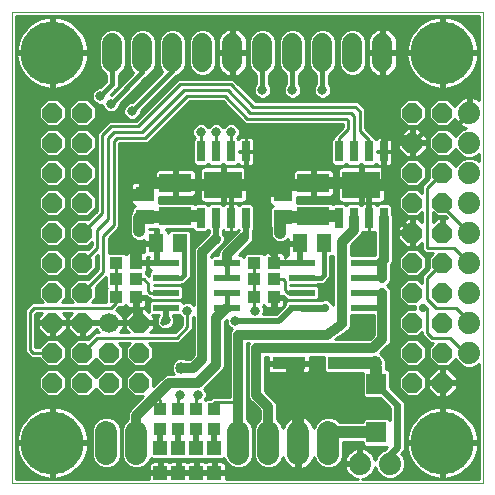
<source format=gbr>
G75*
%MOIN*%
%OFA0B0*%
%FSLAX24Y24*%
%IPPOS*%
%LPD*%
%AMOC8*
5,1,8,0,0,1.08239X$1,22.5*
%
%ADD10C,0.0010*%
%ADD11R,0.0433X0.0394*%
%ADD12R,0.0472X0.0472*%
%ADD13OC8,0.0660*%
%ADD14C,0.2100*%
%ADD15C,0.0740*%
%ADD16R,0.0669X0.0709*%
%ADD17R,0.0256X0.0689*%
%ADD18R,0.1260X0.0906*%
%ADD19R,0.0630X0.0512*%
%ADD20C,0.0732*%
%ADD21R,0.0866X0.0236*%
%ADD22R,0.1063X0.0630*%
%ADD23R,0.1102X0.0394*%
%ADD24R,0.0512X0.0630*%
%ADD25R,0.0394X0.0433*%
%ADD26C,0.0660*%
%ADD27C,0.0660*%
%ADD28C,0.0320*%
%ADD29C,0.0160*%
%ADD30C,0.0100*%
%ADD31C,0.0200*%
%ADD32C,0.0280*%
%ADD33C,0.0240*%
%ADD34C,0.0400*%
%ADD35C,0.0480*%
%ADD36C,0.0320*%
%ADD37C,0.0400*%
D10*
X000233Y000914D02*
X000233Y016614D01*
X015933Y016614D01*
X015933Y000914D01*
X000233Y000914D01*
D11*
X005183Y002729D03*
X005783Y002729D03*
X006383Y002729D03*
X006983Y002729D03*
X006983Y003398D03*
X006383Y003398D03*
X005783Y003398D03*
X005183Y003398D03*
X004368Y008264D03*
X003699Y008264D03*
X008299Y008264D03*
X008968Y008264D03*
D12*
X006983Y002077D03*
X006383Y002077D03*
X005783Y002077D03*
X005183Y002077D03*
X005183Y001250D03*
X005783Y001250D03*
X006383Y001250D03*
X006983Y001250D03*
D13*
X004483Y004264D03*
X003483Y004264D03*
X002583Y004264D03*
X002583Y005264D03*
X003483Y005264D03*
X004483Y005264D03*
X004483Y006264D03*
X002583Y006264D03*
X002583Y007264D03*
X002583Y008264D03*
X002583Y009264D03*
X002583Y010264D03*
X002583Y011264D03*
X002583Y012264D03*
X002583Y013264D03*
X001583Y013264D03*
X001583Y012264D03*
X001583Y011264D03*
X001583Y010264D03*
X001583Y009264D03*
X001583Y008264D03*
X001583Y007264D03*
X001583Y006264D03*
X001583Y005264D03*
X001583Y004264D03*
X013583Y004264D03*
X013583Y005264D03*
X013583Y006264D03*
X013583Y007264D03*
X013583Y008264D03*
X013583Y009264D03*
X013583Y010264D03*
X013583Y011264D03*
X013583Y012264D03*
X013583Y013264D03*
X014583Y013264D03*
X014583Y012264D03*
X014583Y011264D03*
X014583Y010264D03*
X014583Y009264D03*
X014583Y008264D03*
X014583Y007264D03*
X014583Y006264D03*
X014583Y005264D03*
X014583Y004264D03*
D14*
X014583Y002264D03*
X014583Y015264D03*
X001583Y015264D03*
X001583Y002264D03*
D15*
X011833Y001564D03*
X012833Y001564D03*
X015483Y005264D03*
X015483Y006264D03*
X015483Y007264D03*
X015483Y008264D03*
X015483Y009264D03*
X015483Y010264D03*
X015483Y011264D03*
X015483Y012264D03*
X015483Y013264D03*
D16*
X012383Y004221D03*
X012383Y002607D03*
D17*
X012133Y009761D03*
X011633Y009761D03*
X011133Y009761D03*
X012633Y009761D03*
X012633Y011966D03*
X012133Y011966D03*
X011633Y011966D03*
X011133Y011966D03*
X008033Y011966D03*
X007533Y011966D03*
X007033Y011966D03*
X006533Y011966D03*
X006533Y009761D03*
X007033Y009761D03*
X007533Y009761D03*
X008033Y009761D03*
D18*
X007283Y010864D03*
X011883Y010864D03*
D19*
X009283Y010557D03*
X009283Y009770D03*
X004683Y009770D03*
X004683Y010557D03*
D20*
X004383Y002630D02*
X004383Y001898D01*
X003383Y001898D02*
X003383Y002630D01*
X007783Y002630D02*
X007783Y001898D01*
X008783Y001898D02*
X008783Y002630D01*
X009783Y002630D02*
X009783Y001898D01*
X010783Y001898D02*
X010783Y002630D01*
D21*
X009910Y006764D03*
X009910Y007264D03*
X009910Y007764D03*
X009910Y008264D03*
X011957Y008264D03*
X011957Y007764D03*
X011957Y007264D03*
X011957Y006764D03*
X007407Y006764D03*
X007407Y007264D03*
X007407Y007764D03*
X007407Y008264D03*
X005360Y008264D03*
X005360Y007764D03*
X005360Y007264D03*
X005360Y006764D03*
D22*
X005683Y009813D03*
X005683Y010915D03*
X010283Y010915D03*
X010283Y009813D03*
D23*
X009458Y004914D03*
X011309Y004914D03*
D24*
X010627Y008914D03*
X009840Y008914D03*
X005827Y008914D03*
X005040Y008914D03*
D25*
X004368Y007714D03*
X004368Y007114D03*
X003699Y007114D03*
X003699Y007714D03*
X008299Y007714D03*
X008299Y007114D03*
X008968Y007114D03*
X008968Y007714D03*
D26*
X003483Y006264D03*
D27*
X003583Y014934D02*
X003583Y015594D01*
X004583Y015594D02*
X004583Y014934D01*
X005583Y014934D02*
X005583Y015594D01*
X006583Y015594D02*
X006583Y014934D01*
X007583Y014934D02*
X007583Y015594D01*
X008583Y015594D02*
X008583Y014934D01*
X009583Y014934D02*
X009583Y015594D01*
X010583Y015594D02*
X010583Y014934D01*
X011583Y014934D02*
X011583Y015594D01*
X012583Y015594D02*
X012583Y014934D01*
D28*
X010583Y014014D03*
X009583Y014014D03*
X008583Y014014D03*
X007533Y012614D03*
X007033Y012614D03*
X006533Y012614D03*
X004233Y013314D03*
X003533Y013564D03*
X003183Y013814D03*
X004483Y009314D03*
X006083Y006664D03*
X005360Y006340D03*
X007683Y006314D03*
X008333Y006664D03*
X009183Y009264D03*
X008383Y003914D03*
X006433Y003864D03*
X005833Y003864D03*
D29*
X007407Y006764D02*
X007407Y007264D01*
X007407Y007764D02*
X007407Y008264D01*
X005977Y007857D02*
X005883Y007764D01*
X005360Y007764D01*
X005977Y007857D02*
X005977Y008820D01*
X005883Y008914D01*
X005827Y008914D01*
X007533Y009761D02*
X007533Y010864D01*
X007633Y010864D02*
X008033Y010864D01*
X008033Y011966D01*
X008583Y014014D02*
X008583Y015264D01*
X009583Y015264D02*
X009583Y014014D01*
X010583Y014014D02*
X010583Y015264D01*
X013583Y012264D02*
X014083Y012764D01*
X014983Y012764D01*
X015483Y013264D01*
X012583Y008264D02*
X011957Y008264D01*
X011957Y007764D02*
X012583Y007764D01*
X010627Y007857D02*
X010533Y007764D01*
X009910Y007764D01*
X010627Y007857D02*
X010627Y008914D01*
X005583Y014664D02*
X005583Y015264D01*
X005583Y014664D02*
X004233Y013314D01*
X003533Y013564D02*
X004583Y014614D01*
X004583Y015264D01*
X003583Y015264D02*
X003583Y014214D01*
X003183Y013814D01*
D30*
X003077Y014084D02*
X001806Y014084D01*
X001785Y014079D02*
X001916Y014109D01*
X002043Y014153D01*
X002165Y014212D01*
X002279Y014284D01*
X002384Y014368D01*
X002480Y014463D01*
X002564Y014568D01*
X002635Y014682D01*
X002694Y014804D01*
X002738Y014931D01*
X002768Y015062D01*
X002783Y015196D01*
X002783Y015214D01*
X001633Y015214D01*
X001633Y014064D01*
X001651Y014064D01*
X001785Y014079D01*
X001633Y014084D02*
X001533Y014084D01*
X001533Y014064D02*
X001533Y015214D01*
X000383Y015214D01*
X000383Y015196D01*
X000398Y015062D01*
X000428Y014931D01*
X000473Y014804D01*
X000531Y014682D01*
X000603Y014568D01*
X000687Y014463D01*
X000782Y014368D01*
X000888Y014284D01*
X001002Y014212D01*
X001123Y014153D01*
X001251Y014109D01*
X001382Y014079D01*
X001516Y014064D01*
X001533Y014064D01*
X001533Y014182D02*
X001633Y014182D01*
X001633Y014281D02*
X001533Y014281D01*
X001533Y014379D02*
X001633Y014379D01*
X001633Y014478D02*
X001533Y014478D01*
X001533Y014576D02*
X001633Y014576D01*
X001633Y014675D02*
X001533Y014675D01*
X001533Y014773D02*
X001633Y014773D01*
X001633Y014872D02*
X001533Y014872D01*
X001533Y014970D02*
X001633Y014970D01*
X001633Y015069D02*
X001533Y015069D01*
X001533Y015167D02*
X001633Y015167D01*
X001633Y015214D02*
X001533Y015214D01*
X001533Y015314D01*
X000383Y015314D01*
X000383Y015331D01*
X000398Y015465D01*
X000428Y015596D01*
X000473Y015724D01*
X000531Y015845D01*
X000603Y015959D01*
X000687Y016065D01*
X000782Y016160D01*
X000888Y016244D01*
X001002Y016316D01*
X001123Y016374D01*
X001251Y016419D01*
X001382Y016449D01*
X001516Y016464D01*
X001533Y016464D01*
X001533Y015314D01*
X001633Y015314D01*
X001633Y016464D01*
X001651Y016464D01*
X001785Y016449D01*
X001916Y016419D01*
X002043Y016374D01*
X002165Y016316D01*
X002279Y016244D01*
X002384Y016160D01*
X002480Y016065D01*
X002564Y015959D01*
X002635Y015845D01*
X002694Y015724D01*
X002738Y015596D01*
X002768Y015465D01*
X002783Y015331D01*
X002783Y015314D01*
X001633Y015314D01*
X001633Y015214D01*
X001633Y015266D02*
X003123Y015266D01*
X003123Y015364D02*
X002780Y015364D01*
X002768Y015463D02*
X003123Y015463D01*
X003123Y015561D02*
X002746Y015561D01*
X002716Y015660D02*
X003123Y015660D01*
X003123Y015685D02*
X003123Y014842D01*
X003193Y014673D01*
X003323Y014544D01*
X003373Y014523D01*
X003373Y014301D01*
X003176Y014104D01*
X003126Y014104D01*
X003019Y014060D01*
X002937Y013978D01*
X002893Y013871D01*
X002893Y013756D01*
X002937Y013649D01*
X003019Y013568D01*
X003126Y013524D01*
X003241Y013524D01*
X003243Y013525D01*
X003243Y013506D01*
X003287Y013399D01*
X003369Y013318D01*
X003476Y013274D01*
X003591Y013274D01*
X003698Y013318D01*
X003779Y013399D01*
X003823Y013506D01*
X003823Y013557D01*
X004670Y014404D01*
X004787Y014520D01*
X004844Y014544D01*
X004973Y014673D01*
X005043Y014842D01*
X005043Y015685D01*
X004973Y015854D01*
X004844Y015984D01*
X004675Y016054D01*
X004492Y016054D01*
X004323Y015984D01*
X004193Y015854D01*
X004123Y015685D01*
X004123Y014842D01*
X004193Y014673D01*
X004270Y014597D01*
X003526Y013854D01*
X003520Y013854D01*
X003670Y014004D01*
X003793Y014127D01*
X003793Y014523D01*
X003844Y014544D01*
X003973Y014673D01*
X004043Y014842D01*
X004043Y015685D01*
X003973Y015854D01*
X003844Y015984D01*
X003675Y016054D01*
X003492Y016054D01*
X003323Y015984D01*
X003193Y015854D01*
X003123Y015685D01*
X003154Y015758D02*
X002677Y015758D01*
X002628Y015857D02*
X003196Y015857D01*
X003294Y015955D02*
X002566Y015955D01*
X002488Y016054D02*
X007446Y016054D01*
X007471Y016062D02*
X007399Y016039D01*
X007332Y016004D01*
X007271Y015960D01*
X007217Y015906D01*
X007173Y015845D01*
X007138Y015778D01*
X007115Y015706D01*
X007103Y015632D01*
X007103Y015314D01*
X007533Y015314D01*
X007533Y015214D01*
X007103Y015214D01*
X007103Y014896D01*
X007115Y014821D01*
X007138Y014749D01*
X007173Y014682D01*
X007217Y014621D01*
X007271Y014568D01*
X007332Y014523D01*
X007399Y014489D01*
X007471Y014466D01*
X007533Y014456D01*
X007533Y015214D01*
X007633Y015214D01*
X007633Y014456D01*
X007696Y014466D01*
X007768Y014489D01*
X007835Y014523D01*
X007896Y014568D01*
X007949Y014621D01*
X007994Y014682D01*
X008028Y014749D01*
X008052Y014821D01*
X008063Y014896D01*
X008063Y015214D01*
X007633Y015214D01*
X007633Y015314D01*
X007533Y015314D01*
X007533Y016072D01*
X007471Y016062D01*
X007533Y016054D02*
X007633Y016054D01*
X007633Y016072D02*
X007633Y015314D01*
X008063Y015314D01*
X008063Y015632D01*
X008052Y015706D01*
X008028Y015778D01*
X007994Y015845D01*
X007949Y015906D01*
X007896Y015960D01*
X007835Y016004D01*
X007768Y016039D01*
X007696Y016062D01*
X007633Y016072D01*
X007721Y016054D02*
X012446Y016054D01*
X012471Y016062D02*
X012399Y016039D01*
X012332Y016004D01*
X012271Y015960D01*
X012217Y015906D01*
X012173Y015845D01*
X012138Y015778D01*
X012115Y015706D01*
X012103Y015632D01*
X012103Y015314D01*
X012533Y015314D01*
X012533Y015214D01*
X012103Y015214D01*
X012103Y014896D01*
X012115Y014821D01*
X012138Y014749D01*
X012173Y014682D01*
X012217Y014621D01*
X012271Y014568D01*
X012332Y014523D01*
X012399Y014489D01*
X012471Y014466D01*
X012533Y014456D01*
X012533Y015214D01*
X012633Y015214D01*
X012633Y014456D01*
X012696Y014466D01*
X012768Y014489D01*
X012835Y014523D01*
X012896Y014568D01*
X012949Y014621D01*
X012994Y014682D01*
X013028Y014749D01*
X013052Y014821D01*
X013063Y014896D01*
X013063Y015214D01*
X012633Y015214D01*
X012633Y015314D01*
X012533Y015314D01*
X012533Y016072D01*
X012471Y016062D01*
X012533Y016054D02*
X012633Y016054D01*
X012633Y016072D02*
X012633Y015314D01*
X013063Y015314D01*
X013063Y015632D01*
X013052Y015706D01*
X013028Y015778D01*
X012994Y015845D01*
X012949Y015906D01*
X012896Y015960D01*
X012835Y016004D01*
X012768Y016039D01*
X012696Y016062D01*
X012633Y016072D01*
X012721Y016054D02*
X013679Y016054D01*
X013687Y016065D02*
X013603Y015959D01*
X013531Y015845D01*
X013473Y015724D01*
X013428Y015596D01*
X013398Y015465D01*
X013383Y015331D01*
X013383Y015314D01*
X014533Y015314D01*
X014533Y015214D01*
X013383Y015214D01*
X013383Y015196D01*
X013398Y015062D01*
X013428Y014931D01*
X013473Y014804D01*
X013531Y014682D01*
X013603Y014568D01*
X013687Y014463D01*
X013782Y014368D01*
X013888Y014284D01*
X014002Y014212D01*
X014123Y014153D01*
X014251Y014109D01*
X014382Y014079D01*
X014516Y014064D01*
X014533Y014064D01*
X014533Y015214D01*
X014633Y015214D01*
X014633Y014064D01*
X014651Y014064D01*
X014785Y014079D01*
X014916Y014109D01*
X015043Y014153D01*
X015165Y014212D01*
X015279Y014284D01*
X015384Y014368D01*
X015480Y014463D01*
X015564Y014568D01*
X015635Y014682D01*
X015694Y014804D01*
X015738Y014931D01*
X015768Y015062D01*
X015783Y015196D01*
X015783Y015214D01*
X014633Y015214D01*
X014633Y015314D01*
X014533Y015314D01*
X014533Y016464D01*
X014516Y016464D01*
X014382Y016449D01*
X014251Y016419D01*
X014123Y016374D01*
X014002Y016316D01*
X013888Y016244D01*
X013782Y016160D01*
X013687Y016065D01*
X013775Y016152D02*
X002392Y016152D01*
X002268Y016251D02*
X013899Y016251D01*
X014072Y016349D02*
X002095Y016349D01*
X001788Y016448D02*
X014378Y016448D01*
X014533Y016448D02*
X014633Y016448D01*
X014633Y016464D02*
X014651Y016464D01*
X014785Y016449D01*
X014916Y016419D01*
X015043Y016374D01*
X015165Y016316D01*
X015279Y016244D01*
X015384Y016160D01*
X015480Y016065D01*
X015564Y015959D01*
X015635Y015845D01*
X015694Y015724D01*
X015738Y015596D01*
X015768Y015465D01*
X015783Y015331D01*
X015783Y015314D01*
X014633Y015314D01*
X014633Y016464D01*
X014633Y016349D02*
X014533Y016349D01*
X014533Y016251D02*
X014633Y016251D01*
X014633Y016152D02*
X014533Y016152D01*
X014533Y016054D02*
X014633Y016054D01*
X014633Y015955D02*
X014533Y015955D01*
X014533Y015857D02*
X014633Y015857D01*
X014633Y015758D02*
X014533Y015758D01*
X014533Y015660D02*
X014633Y015660D01*
X014633Y015561D02*
X014533Y015561D01*
X014533Y015463D02*
X014633Y015463D01*
X014633Y015364D02*
X014533Y015364D01*
X014533Y015266D02*
X012633Y015266D01*
X012633Y015364D02*
X012533Y015364D01*
X012533Y015266D02*
X012043Y015266D01*
X012043Y015364D02*
X012103Y015364D01*
X012103Y015463D02*
X012043Y015463D01*
X012043Y015561D02*
X012103Y015561D01*
X012108Y015660D02*
X012043Y015660D01*
X012043Y015685D02*
X011973Y015854D01*
X011844Y015984D01*
X011675Y016054D01*
X011492Y016054D01*
X011323Y015984D01*
X011193Y015854D01*
X011123Y015685D01*
X011123Y014842D01*
X011193Y014673D01*
X011323Y014544D01*
X011492Y014474D01*
X011675Y014474D01*
X011844Y014544D01*
X011973Y014673D01*
X012043Y014842D01*
X012043Y015685D01*
X012013Y015758D02*
X012132Y015758D01*
X012181Y015857D02*
X011971Y015857D01*
X011872Y015955D02*
X012266Y015955D01*
X012533Y015955D02*
X012633Y015955D01*
X012633Y015857D02*
X012533Y015857D01*
X012533Y015758D02*
X012633Y015758D01*
X012633Y015660D02*
X012533Y015660D01*
X012533Y015561D02*
X012633Y015561D01*
X012633Y015463D02*
X012533Y015463D01*
X012533Y015167D02*
X012633Y015167D01*
X012633Y015069D02*
X012533Y015069D01*
X012533Y014970D02*
X012633Y014970D01*
X012633Y014872D02*
X012533Y014872D01*
X012533Y014773D02*
X012633Y014773D01*
X012633Y014675D02*
X012533Y014675D01*
X012533Y014576D02*
X012633Y014576D01*
X012633Y014478D02*
X012533Y014478D01*
X012433Y014478D02*
X011685Y014478D01*
X011482Y014478D02*
X010793Y014478D01*
X010793Y014523D02*
X010844Y014544D01*
X010973Y014673D01*
X011043Y014842D01*
X011043Y015685D01*
X010973Y015854D01*
X010844Y015984D01*
X010675Y016054D01*
X010492Y016054D01*
X010323Y015984D01*
X010193Y015854D01*
X010123Y015685D01*
X010123Y014842D01*
X010193Y014673D01*
X010323Y014544D01*
X010373Y014523D01*
X010373Y014214D01*
X010337Y014178D01*
X010293Y014071D01*
X010293Y013956D01*
X010337Y013849D01*
X010419Y013768D01*
X010526Y013724D01*
X010641Y013724D01*
X010748Y013768D01*
X010829Y013849D01*
X010873Y013956D01*
X010873Y014071D01*
X010829Y014178D01*
X010793Y014214D01*
X010793Y014523D01*
X010876Y014576D02*
X011290Y014576D01*
X011193Y014675D02*
X010974Y014675D01*
X011015Y014773D02*
X011152Y014773D01*
X011123Y014872D02*
X011043Y014872D01*
X011043Y014970D02*
X011123Y014970D01*
X011123Y015069D02*
X011043Y015069D01*
X011043Y015167D02*
X011123Y015167D01*
X011123Y015266D02*
X011043Y015266D01*
X011043Y015364D02*
X011123Y015364D01*
X011123Y015463D02*
X011043Y015463D01*
X011043Y015561D02*
X011123Y015561D01*
X011123Y015660D02*
X011043Y015660D01*
X011013Y015758D02*
X011154Y015758D01*
X011196Y015857D02*
X010971Y015857D01*
X010872Y015955D02*
X011294Y015955D01*
X012043Y015167D02*
X012103Y015167D01*
X012103Y015069D02*
X012043Y015069D01*
X012043Y014970D02*
X012103Y014970D01*
X012107Y014872D02*
X012043Y014872D01*
X012015Y014773D02*
X012131Y014773D01*
X012178Y014675D02*
X011974Y014675D01*
X011876Y014576D02*
X012262Y014576D01*
X012733Y014478D02*
X013675Y014478D01*
X013598Y014576D02*
X012905Y014576D01*
X012988Y014675D02*
X013536Y014675D01*
X013488Y014773D02*
X013036Y014773D01*
X013059Y014872D02*
X013449Y014872D01*
X013419Y014970D02*
X013063Y014970D01*
X013063Y015069D02*
X013398Y015069D01*
X013387Y015167D02*
X013063Y015167D01*
X013063Y015364D02*
X013387Y015364D01*
X013398Y015463D02*
X013063Y015463D01*
X013063Y015561D02*
X013420Y015561D01*
X013451Y015660D02*
X013059Y015660D01*
X013035Y015758D02*
X013490Y015758D01*
X013539Y015857D02*
X012986Y015857D01*
X012901Y015955D02*
X013601Y015955D01*
X014533Y015167D02*
X014633Y015167D01*
X014633Y015069D02*
X014533Y015069D01*
X014533Y014970D02*
X014633Y014970D01*
X014633Y014872D02*
X014533Y014872D01*
X014533Y014773D02*
X014633Y014773D01*
X014633Y014675D02*
X014533Y014675D01*
X014533Y014576D02*
X014633Y014576D01*
X014633Y014478D02*
X014533Y014478D01*
X014533Y014379D02*
X014633Y014379D01*
X014633Y014281D02*
X014533Y014281D01*
X014533Y014182D02*
X014633Y014182D01*
X014633Y014084D02*
X014533Y014084D01*
X014360Y014084D02*
X010868Y014084D01*
X010873Y013985D02*
X015798Y013985D01*
X015798Y013887D02*
X010845Y013887D01*
X010768Y013788D02*
X015798Y013788D01*
X015756Y013708D02*
X015683Y013746D01*
X015605Y013771D01*
X015533Y013782D01*
X015533Y013314D01*
X015433Y013314D01*
X015433Y013782D01*
X015362Y013771D01*
X015284Y013746D01*
X015211Y013708D01*
X015145Y013660D01*
X015087Y013603D01*
X015039Y013536D01*
X015013Y013485D01*
X014774Y013724D01*
X014393Y013724D01*
X014123Y013454D01*
X014123Y013073D01*
X014393Y012804D01*
X014774Y012804D01*
X015013Y013042D01*
X015039Y012991D01*
X015087Y012925D01*
X015145Y012867D01*
X015211Y012819D01*
X015284Y012782D01*
X015362Y012757D01*
X015365Y012756D01*
X015200Y012688D01*
X015059Y012547D01*
X015028Y012470D01*
X014774Y012724D01*
X014393Y012724D01*
X014123Y012454D01*
X014123Y012073D01*
X014393Y011804D01*
X014774Y011804D01*
X015028Y012057D01*
X015059Y011981D01*
X015200Y011840D01*
X015384Y011764D01*
X015583Y011764D01*
X015767Y011840D01*
X015798Y011872D01*
X015798Y011656D01*
X015767Y011688D01*
X015583Y011764D01*
X015384Y011764D01*
X015200Y011688D01*
X015059Y011547D01*
X015028Y011470D01*
X014774Y011724D01*
X014393Y011724D01*
X014123Y011454D01*
X014123Y011073D01*
X014131Y011066D01*
X014009Y010944D01*
X013903Y010838D01*
X013903Y010594D01*
X013774Y010724D01*
X013393Y010724D01*
X013123Y010454D01*
X013123Y010073D01*
X013393Y009804D01*
X013774Y009804D01*
X013903Y009933D01*
X013903Y009623D01*
X013782Y009744D01*
X013633Y009744D01*
X013633Y009314D01*
X013533Y009314D01*
X013533Y009214D01*
X013103Y009214D01*
X013103Y009065D01*
X013385Y008784D01*
X013533Y008784D01*
X013533Y009214D01*
X013633Y009214D01*
X013633Y008784D01*
X013782Y008784D01*
X013903Y008905D01*
X013903Y008689D01*
X014009Y008584D01*
X014253Y008584D01*
X014123Y008454D01*
X014123Y008073D01*
X014131Y008066D01*
X013903Y007838D01*
X013903Y007594D01*
X013774Y007724D01*
X013393Y007724D01*
X013123Y007454D01*
X013123Y007073D01*
X013393Y006804D01*
X013663Y006804D01*
X013663Y006724D01*
X013393Y006724D01*
X013123Y006454D01*
X013123Y006073D01*
X013393Y005804D01*
X013774Y005804D01*
X013903Y005933D01*
X013903Y005839D01*
X014009Y005734D01*
X014159Y005584D01*
X014253Y005584D01*
X014123Y005454D01*
X014123Y005073D01*
X014393Y004804D01*
X014774Y004804D01*
X015028Y005057D01*
X015059Y004981D01*
X015200Y004840D01*
X015384Y004764D01*
X015583Y004764D01*
X015767Y004840D01*
X015798Y004872D01*
X015798Y001049D01*
X011906Y001049D01*
X011955Y001057D01*
X012033Y001082D01*
X012106Y001119D01*
X012172Y001167D01*
X012230Y001225D01*
X012278Y001291D01*
X012315Y001364D01*
X012341Y001442D01*
X012341Y001446D01*
X012409Y001281D01*
X012550Y001140D01*
X012734Y001064D01*
X012933Y001064D01*
X013117Y001140D01*
X013257Y001281D01*
X013333Y001464D01*
X013333Y001663D01*
X013257Y001847D01*
X013214Y001891D01*
X013225Y001902D01*
X013295Y001972D01*
X013333Y002064D01*
X013333Y003571D01*
X013295Y003662D01*
X012848Y004110D01*
X012848Y004629D01*
X012772Y004705D01*
X012713Y004705D01*
X012713Y004829D01*
X012703Y004854D01*
X012703Y004987D01*
X012647Y005123D01*
X012543Y005227D01*
X012518Y005238D01*
X012748Y005468D01*
X012829Y005549D01*
X012873Y005656D01*
X012873Y007321D01*
X012829Y007428D01*
X012748Y007510D01*
X012738Y007514D01*
X012748Y007518D01*
X012829Y007599D01*
X012873Y007706D01*
X012873Y008194D01*
X012879Y008199D01*
X012923Y008306D01*
X012923Y009819D01*
X012891Y009896D01*
X012891Y010160D01*
X012815Y010236D01*
X012452Y010236D01*
X012393Y010177D01*
X012381Y010198D01*
X012353Y010226D01*
X012319Y010246D01*
X012281Y010256D01*
X012147Y010256D01*
X012147Y009775D01*
X012119Y009775D01*
X012119Y010256D01*
X011986Y010256D01*
X011947Y010246D01*
X011913Y010226D01*
X011885Y010198D01*
X011874Y010177D01*
X011815Y010236D01*
X011452Y010236D01*
X011383Y010168D01*
X011315Y010236D01*
X010952Y010236D01*
X010921Y010205D01*
X010869Y010258D01*
X009742Y010258D01*
X009748Y010282D01*
X009748Y010450D01*
X010233Y010450D01*
X010233Y010865D01*
X009740Y010865D01*
X009738Y010871D01*
X009718Y010905D01*
X009690Y010933D01*
X009656Y010953D01*
X009618Y010963D01*
X009333Y010963D01*
X009333Y010607D01*
X009233Y010607D01*
X009233Y010507D01*
X008818Y010507D01*
X008818Y010282D01*
X008829Y010244D01*
X008848Y010209D01*
X008876Y010182D01*
X008910Y010162D01*
X008932Y010156D01*
X008915Y010156D01*
X008838Y010080D01*
X008838Y009460D01*
X008853Y009445D01*
X008853Y009198D01*
X008904Y009077D01*
X008996Y008984D01*
X009118Y008934D01*
X009249Y008934D01*
X009370Y008984D01*
X009434Y009047D01*
X009434Y008964D01*
X009790Y008964D01*
X009790Y008864D01*
X009434Y008864D01*
X009434Y008579D01*
X009444Y008541D01*
X009450Y008530D01*
X009419Y008522D01*
X009385Y008502D01*
X009357Y008474D01*
X009337Y008440D01*
X009335Y008431D01*
X009335Y008480D01*
X009324Y008519D01*
X009305Y008553D01*
X009277Y008581D01*
X009242Y008600D01*
X009204Y008611D01*
X009016Y008611D01*
X009016Y008312D01*
X008920Y008312D01*
X008920Y008611D01*
X008732Y008611D01*
X008694Y008600D01*
X008659Y008581D01*
X008631Y008553D01*
X008622Y008537D01*
X008569Y008591D01*
X008028Y008591D01*
X007952Y008514D01*
X007952Y008454D01*
X007894Y008512D01*
X007792Y008512D01*
X008229Y008949D01*
X008273Y009056D01*
X008273Y009171D01*
X008263Y009196D01*
X008263Y009335D01*
X008291Y009363D01*
X008291Y010160D01*
X008215Y010236D01*
X007852Y010236D01*
X007793Y010177D01*
X007781Y010198D01*
X007753Y010226D01*
X007719Y010246D01*
X007681Y010256D01*
X007547Y010256D01*
X007547Y009775D01*
X007519Y009775D01*
X007519Y010256D01*
X007386Y010256D01*
X007347Y010246D01*
X007313Y010226D01*
X007285Y010198D01*
X007274Y010177D01*
X007215Y010236D01*
X006852Y010236D01*
X006783Y010168D01*
X006715Y010236D01*
X006352Y010236D01*
X006321Y010205D01*
X006269Y010258D01*
X005142Y010258D01*
X005148Y010282D01*
X005148Y010450D01*
X005633Y010450D01*
X005633Y010865D01*
X005140Y010865D01*
X005138Y010871D01*
X005118Y010905D01*
X005090Y010933D01*
X005056Y010953D01*
X005018Y010963D01*
X004733Y010963D01*
X004733Y010607D01*
X004633Y010607D01*
X004633Y010507D01*
X004218Y010507D01*
X004218Y010282D01*
X004229Y010244D01*
X004248Y010209D01*
X004276Y010182D01*
X004310Y010162D01*
X004332Y010156D01*
X004315Y010156D01*
X004238Y010080D01*
X004238Y009985D01*
X004204Y009951D01*
X004153Y009829D01*
X004153Y009248D01*
X004204Y009127D01*
X004296Y009034D01*
X004418Y008984D01*
X004549Y008984D01*
X004634Y009019D01*
X004634Y008964D01*
X004990Y008964D01*
X004990Y009379D01*
X004813Y009379D01*
X004813Y009384D01*
X005052Y009384D01*
X005067Y009399D01*
X005090Y009376D01*
X005090Y008964D01*
X004990Y008964D01*
X004990Y008864D01*
X004634Y008864D01*
X004634Y008603D01*
X004604Y008611D01*
X004416Y008611D01*
X004416Y008312D01*
X004320Y008312D01*
X004320Y008611D01*
X004132Y008611D01*
X004094Y008600D01*
X004059Y008581D01*
X004031Y008553D01*
X004022Y008537D01*
X003969Y008591D01*
X003463Y008591D01*
X003463Y009089D01*
X003813Y009439D01*
X003813Y012234D01*
X004758Y012234D01*
X004863Y012339D01*
X006158Y013634D01*
X007259Y013634D01*
X008009Y012884D01*
X011253Y012884D01*
X011253Y012788D01*
X010953Y012488D01*
X010953Y012441D01*
X010952Y012441D01*
X010875Y012364D01*
X010875Y011568D01*
X010952Y011492D01*
X011315Y011492D01*
X011383Y011560D01*
X011452Y011492D01*
X011815Y011492D01*
X011883Y011560D01*
X011952Y011492D01*
X012315Y011492D01*
X012374Y011550D01*
X012385Y011530D01*
X012413Y011502D01*
X012447Y011482D01*
X012486Y011472D01*
X012619Y011472D01*
X012619Y011952D01*
X012391Y011952D01*
X012391Y011980D01*
X012619Y011980D01*
X012619Y011952D01*
X012647Y011952D01*
X012647Y011472D01*
X012781Y011472D01*
X012819Y011482D01*
X012853Y011502D01*
X012881Y011530D01*
X012901Y011564D01*
X012911Y011602D01*
X012911Y011952D01*
X012647Y011952D01*
X012647Y011980D01*
X012619Y011980D01*
X012619Y012461D01*
X012486Y012461D01*
X012447Y012450D01*
X012413Y012431D01*
X012385Y012403D01*
X012374Y012382D01*
X012315Y012441D01*
X012311Y012441D01*
X012013Y012738D01*
X012013Y013388D01*
X011863Y013538D01*
X011758Y013644D01*
X008358Y013644D01*
X007713Y014288D01*
X007608Y014394D01*
X005759Y014394D01*
X004359Y012994D01*
X003459Y012994D01*
X003159Y012694D01*
X003053Y012588D01*
X003053Y009988D01*
X002781Y009716D01*
X002774Y009724D01*
X002393Y009724D01*
X002123Y009454D01*
X002043Y009454D01*
X001774Y009724D01*
X001393Y009724D01*
X001123Y009454D01*
X000368Y009454D01*
X000368Y009356D02*
X001123Y009356D01*
X001123Y009454D02*
X001123Y009073D01*
X001393Y008804D01*
X001774Y008804D01*
X002043Y009073D01*
X002043Y009454D01*
X002123Y009454D02*
X002123Y009073D01*
X002393Y008804D01*
X002774Y008804D01*
X002903Y008933D01*
X002903Y008838D01*
X002781Y008716D01*
X002774Y008724D01*
X002393Y008724D01*
X002123Y008454D01*
X002123Y008073D01*
X002393Y007804D01*
X002774Y007804D01*
X003043Y008073D01*
X003043Y008454D01*
X003036Y008462D01*
X003103Y008529D01*
X003103Y008038D01*
X002781Y007716D01*
X002774Y007724D01*
X002393Y007724D01*
X002123Y007454D01*
X002123Y007073D01*
X002253Y006944D01*
X001914Y006944D01*
X002043Y007073D01*
X002043Y007454D01*
X001774Y007724D01*
X001393Y007724D01*
X001123Y007454D01*
X001123Y007073D01*
X001253Y006944D01*
X000909Y006944D01*
X000803Y006838D01*
X000653Y006688D01*
X000653Y005289D01*
X000759Y005184D01*
X000859Y005084D01*
X001123Y005084D01*
X001123Y005073D01*
X001393Y004804D01*
X001774Y004804D01*
X002043Y005073D01*
X002043Y005454D01*
X001774Y005724D01*
X001393Y005724D01*
X001123Y005454D01*
X001123Y005444D01*
X001013Y005444D01*
X001013Y006539D01*
X001058Y006584D01*
X001225Y006584D01*
X001103Y006463D01*
X001103Y006314D01*
X001533Y006314D01*
X001533Y006214D01*
X001103Y006214D01*
X001103Y006065D01*
X001385Y005784D01*
X001533Y005784D01*
X001533Y006214D01*
X001633Y006214D01*
X001633Y005784D01*
X001782Y005784D01*
X002063Y006065D01*
X002063Y006214D01*
X001633Y006214D01*
X001633Y006314D01*
X002063Y006314D01*
X002063Y006463D01*
X001942Y006584D01*
X002225Y006584D01*
X002103Y006463D01*
X002103Y006314D01*
X002533Y006314D01*
X002533Y006214D01*
X002103Y006214D01*
X002103Y006065D01*
X002385Y005784D01*
X002533Y005784D01*
X002533Y006214D01*
X002633Y006214D01*
X002633Y005784D01*
X002782Y005784D01*
X003052Y006053D01*
X003073Y006012D01*
X003117Y005951D01*
X003125Y005944D01*
X003009Y005944D01*
X002781Y005716D01*
X002774Y005724D01*
X002393Y005724D01*
X002123Y005454D01*
X002123Y005073D01*
X002393Y004804D01*
X002774Y004804D01*
X003033Y005063D01*
X003293Y004804D01*
X003674Y004804D01*
X003943Y005073D01*
X003943Y005454D01*
X003814Y005584D01*
X004153Y005584D01*
X004023Y005454D01*
X004023Y005073D01*
X004293Y004804D01*
X004674Y004804D01*
X004943Y005073D01*
X004943Y005454D01*
X004814Y005584D01*
X005808Y005584D01*
X005913Y005689D01*
X006263Y006039D01*
X006263Y006434D01*
X006293Y006464D01*
X006293Y005184D01*
X006163Y005054D01*
X006046Y005054D01*
X005949Y005094D01*
X005818Y005094D01*
X005696Y005044D01*
X005604Y004951D01*
X005553Y004829D01*
X005553Y004698D01*
X005604Y004577D01*
X005627Y004554D01*
X005426Y004554D01*
X005319Y004510D01*
X005237Y004428D01*
X004943Y004134D01*
X004943Y004454D01*
X004674Y004724D01*
X004293Y004724D01*
X004023Y004454D01*
X004023Y004073D01*
X004293Y003804D01*
X004613Y003804D01*
X004137Y003328D01*
X004093Y003221D01*
X004093Y003042D01*
X003963Y002911D01*
X003887Y002729D01*
X003887Y001799D01*
X003963Y001616D01*
X004102Y001477D01*
X004285Y001401D01*
X004482Y001401D01*
X004664Y001477D01*
X004804Y001616D01*
X004858Y001746D01*
X004893Y001711D01*
X005473Y001711D01*
X005483Y001721D01*
X005493Y001711D01*
X006073Y001711D01*
X006083Y001721D01*
X006093Y001711D01*
X006673Y001711D01*
X006683Y001721D01*
X006693Y001711D01*
X007273Y001711D01*
X007309Y001746D01*
X007363Y001616D01*
X007502Y001477D01*
X007685Y001401D01*
X007882Y001401D01*
X008064Y001477D01*
X008204Y001616D01*
X008280Y001799D01*
X008280Y002729D01*
X008204Y002911D01*
X008073Y003042D01*
X008073Y005574D01*
X008136Y005574D01*
X008093Y005471D01*
X008093Y003806D01*
X008137Y003699D01*
X008219Y003618D01*
X008493Y003344D01*
X008493Y003042D01*
X008363Y002911D01*
X008287Y002729D01*
X008287Y001799D01*
X008363Y001616D01*
X008502Y001477D01*
X008685Y001401D01*
X008882Y001401D01*
X009064Y001477D01*
X009204Y001616D01*
X009277Y001793D01*
X009280Y001777D01*
X009305Y001699D01*
X009342Y001627D01*
X009390Y001561D01*
X009447Y001504D01*
X009513Y001456D01*
X009585Y001419D01*
X009662Y001394D01*
X009733Y001383D01*
X009733Y002214D01*
X009833Y002214D01*
X009833Y001383D01*
X009904Y001394D01*
X009981Y001419D01*
X010054Y001456D01*
X010120Y001504D01*
X010177Y001561D01*
X010225Y001627D01*
X010262Y001699D01*
X010287Y001777D01*
X010289Y001793D01*
X010363Y001616D01*
X010502Y001477D01*
X010685Y001401D01*
X010882Y001401D01*
X011064Y001477D01*
X011204Y001616D01*
X011280Y001799D01*
X011280Y002284D01*
X011919Y002284D01*
X011919Y002198D01*
X011995Y002122D01*
X012738Y002122D01*
X012642Y002025D01*
X012550Y001988D01*
X012409Y001847D01*
X012341Y001682D01*
X012341Y001686D01*
X012315Y001763D01*
X012278Y001836D01*
X012230Y001903D01*
X012172Y001960D01*
X012106Y002008D01*
X012033Y002046D01*
X011955Y002071D01*
X011883Y002082D01*
X011883Y001614D01*
X011783Y001614D01*
X011783Y001514D01*
X011315Y001514D01*
X011326Y001442D01*
X011351Y001364D01*
X011389Y001291D01*
X011437Y001225D01*
X011495Y001167D01*
X011561Y001119D01*
X011634Y001082D01*
X007370Y001082D01*
X007370Y001049D02*
X007370Y001200D01*
X007033Y001200D01*
X007033Y001300D01*
X007370Y001300D01*
X007370Y001506D01*
X007359Y001544D01*
X007340Y001579D01*
X007312Y001607D01*
X007277Y001626D01*
X007239Y001637D01*
X007033Y001637D01*
X007033Y001300D01*
X006933Y001300D01*
X006770Y001300D01*
X006433Y001300D01*
X006433Y001200D01*
X006933Y001200D01*
X006933Y001300D01*
X006933Y001637D01*
X006727Y001637D01*
X006689Y001626D01*
X006683Y001623D01*
X006677Y001626D01*
X006639Y001637D01*
X006433Y001637D01*
X006433Y001300D01*
X006333Y001300D01*
X006333Y001200D01*
X005833Y001200D01*
X005833Y001300D01*
X006170Y001300D01*
X006333Y001300D01*
X006333Y001637D01*
X006127Y001637D01*
X006089Y001626D01*
X006083Y001623D01*
X006077Y001626D01*
X006039Y001637D01*
X005833Y001637D01*
X005833Y001300D01*
X005733Y001300D01*
X005733Y001200D01*
X005233Y001200D01*
X005233Y001300D01*
X005570Y001300D01*
X005733Y001300D01*
X005733Y001637D01*
X005527Y001637D01*
X005489Y001626D01*
X005483Y001623D01*
X005477Y001626D01*
X005439Y001637D01*
X005233Y001637D01*
X005233Y001300D01*
X005133Y001300D01*
X005133Y001200D01*
X004797Y001200D01*
X004797Y001049D01*
X000368Y001049D01*
X000368Y016479D01*
X015798Y016479D01*
X015798Y013678D01*
X015756Y013708D01*
X015782Y013690D02*
X015798Y013690D01*
X015533Y013690D02*
X015433Y013690D01*
X015433Y013591D02*
X015533Y013591D01*
X015533Y013493D02*
X015433Y013493D01*
X015433Y013394D02*
X015533Y013394D01*
X015185Y013690D02*
X014808Y013690D01*
X014906Y013591D02*
X015079Y013591D01*
X015016Y013493D02*
X015005Y013493D01*
X015034Y013000D02*
X014970Y013000D01*
X014872Y012902D02*
X015110Y012902D01*
X015242Y012803D02*
X012013Y012803D01*
X012013Y012902D02*
X013295Y012902D01*
X013393Y012804D02*
X013123Y013073D01*
X013123Y013454D01*
X013393Y013724D01*
X013774Y013724D01*
X014043Y013454D01*
X014043Y013073D01*
X013774Y012804D01*
X013393Y012804D01*
X013385Y012744D02*
X013103Y012463D01*
X013103Y012314D01*
X013533Y012314D01*
X013533Y012214D01*
X013103Y012214D01*
X013103Y012065D01*
X013385Y011784D01*
X013533Y011784D01*
X013533Y012214D01*
X013633Y012214D01*
X013633Y011784D01*
X013782Y011784D01*
X014063Y012065D01*
X014063Y012214D01*
X013633Y012214D01*
X013633Y012314D01*
X013533Y012314D01*
X013533Y012744D01*
X013385Y012744D01*
X013346Y012705D02*
X012047Y012705D01*
X012145Y012606D02*
X013247Y012606D01*
X013149Y012508D02*
X012244Y012508D01*
X012346Y012409D02*
X012392Y012409D01*
X012133Y012364D02*
X011833Y012664D01*
X011833Y013314D01*
X011683Y013464D01*
X008283Y013464D01*
X007533Y014214D01*
X005833Y014214D01*
X004433Y012814D01*
X003533Y012814D01*
X003233Y012514D01*
X003233Y009914D01*
X002583Y009264D01*
X002320Y009651D02*
X001846Y009651D01*
X001945Y009553D02*
X002222Y009553D01*
X002123Y009356D02*
X002043Y009356D01*
X002043Y009257D02*
X002123Y009257D01*
X002123Y009159D02*
X002043Y009159D01*
X002030Y009060D02*
X002136Y009060D01*
X002235Y008962D02*
X001932Y008962D01*
X001833Y008863D02*
X002333Y008863D01*
X002335Y008666D02*
X001831Y008666D01*
X001774Y008724D02*
X001393Y008724D01*
X001123Y008454D01*
X001123Y008073D01*
X001393Y007804D01*
X001774Y007804D01*
X002043Y008073D01*
X002043Y008454D01*
X001774Y008724D01*
X001930Y008568D02*
X002237Y008568D01*
X002138Y008469D02*
X002028Y008469D01*
X002043Y008371D02*
X002123Y008371D01*
X002123Y008272D02*
X002043Y008272D01*
X002043Y008174D02*
X002123Y008174D01*
X002123Y008075D02*
X002043Y008075D01*
X001947Y007977D02*
X002220Y007977D01*
X002318Y007878D02*
X001848Y007878D01*
X001816Y007681D02*
X002350Y007681D01*
X002252Y007583D02*
X001915Y007583D01*
X002013Y007484D02*
X002153Y007484D01*
X002123Y007386D02*
X002043Y007386D01*
X002043Y007287D02*
X002123Y007287D01*
X002123Y007189D02*
X002043Y007189D01*
X002043Y007090D02*
X002123Y007090D01*
X002205Y006992D02*
X001962Y006992D01*
X002027Y006499D02*
X002140Y006499D01*
X002103Y006401D02*
X002063Y006401D01*
X002063Y006204D02*
X002103Y006204D01*
X002103Y006105D02*
X002063Y006105D01*
X002005Y006007D02*
X002162Y006007D01*
X002260Y005908D02*
X001907Y005908D01*
X001808Y005810D02*
X002359Y005810D01*
X002380Y005711D02*
X001786Y005711D01*
X001885Y005613D02*
X002282Y005613D01*
X002183Y005514D02*
X001983Y005514D01*
X002043Y005416D02*
X002123Y005416D01*
X002123Y005317D02*
X002043Y005317D01*
X002043Y005219D02*
X002123Y005219D01*
X002123Y005120D02*
X002043Y005120D01*
X001992Y005022D02*
X002175Y005022D01*
X002273Y004923D02*
X001893Y004923D01*
X001795Y004825D02*
X002372Y004825D01*
X002393Y004724D02*
X002123Y004454D01*
X002123Y004073D01*
X002393Y003804D01*
X002774Y003804D01*
X003033Y004063D01*
X003293Y003804D01*
X003674Y003804D01*
X003943Y004073D01*
X003943Y004454D01*
X003674Y004724D01*
X003293Y004724D01*
X003033Y004464D01*
X002774Y004724D01*
X002393Y004724D01*
X002297Y004628D02*
X001870Y004628D01*
X001774Y004724D02*
X001393Y004724D01*
X001123Y004454D01*
X001123Y004073D01*
X001393Y003804D01*
X001774Y003804D01*
X002043Y004073D01*
X002043Y004454D01*
X001774Y004724D01*
X001968Y004529D02*
X002198Y004529D01*
X002123Y004431D02*
X002043Y004431D01*
X002043Y004332D02*
X002123Y004332D01*
X002123Y004234D02*
X002043Y004234D01*
X002043Y004135D02*
X002123Y004135D01*
X002160Y004037D02*
X002007Y004037D01*
X001908Y003938D02*
X002258Y003938D01*
X002357Y003840D02*
X001810Y003840D01*
X001785Y003449D02*
X001651Y003464D01*
X001633Y003464D01*
X001633Y002314D01*
X001533Y002314D01*
X001533Y002214D01*
X000383Y002214D01*
X000383Y002196D01*
X000398Y002062D01*
X000428Y001931D01*
X000473Y001804D01*
X000531Y001682D01*
X000603Y001568D01*
X000687Y001463D01*
X000782Y001368D01*
X000888Y001284D01*
X001002Y001212D01*
X001123Y001153D01*
X001251Y001109D01*
X001382Y001079D01*
X001516Y001064D01*
X001533Y001064D01*
X001533Y002214D01*
X001633Y002214D01*
X001633Y001064D01*
X001651Y001064D01*
X001785Y001079D01*
X001916Y001109D01*
X002043Y001153D01*
X002165Y001212D01*
X002279Y001284D01*
X002384Y001368D01*
X002480Y001463D01*
X002564Y001568D01*
X002635Y001682D01*
X002694Y001804D01*
X002738Y001931D01*
X002768Y002062D01*
X002783Y002196D01*
X002783Y002214D01*
X001633Y002214D01*
X001633Y002314D01*
X002783Y002314D01*
X002783Y002331D01*
X002768Y002465D01*
X002738Y002596D01*
X002694Y002724D01*
X002635Y002845D01*
X002564Y002959D01*
X002480Y003065D01*
X002384Y003160D01*
X002279Y003244D01*
X002165Y003316D01*
X002043Y003374D01*
X001916Y003419D01*
X001785Y003449D01*
X001797Y003446D02*
X004255Y003446D01*
X004354Y003544D02*
X000368Y003544D01*
X000368Y003446D02*
X001369Y003446D01*
X001382Y003449D02*
X001251Y003419D01*
X001123Y003374D01*
X001002Y003316D01*
X000888Y003244D01*
X000782Y003160D01*
X000687Y003065D01*
X000603Y002959D01*
X000531Y002845D01*
X000473Y002724D01*
X000428Y002596D01*
X000398Y002465D01*
X000383Y002331D01*
X000383Y002314D01*
X001533Y002314D01*
X001533Y003464D01*
X001516Y003464D01*
X001382Y003449D01*
X001533Y003446D02*
X001633Y003446D01*
X001633Y003347D02*
X001533Y003347D01*
X001533Y003249D02*
X001633Y003249D01*
X001633Y003150D02*
X001533Y003150D01*
X001533Y003052D02*
X001633Y003052D01*
X001633Y002953D02*
X001533Y002953D01*
X001533Y002855D02*
X001633Y002855D01*
X001633Y002756D02*
X001533Y002756D01*
X001533Y002658D02*
X001633Y002658D01*
X001633Y002559D02*
X001533Y002559D01*
X001533Y002461D02*
X001633Y002461D01*
X001633Y002362D02*
X001533Y002362D01*
X001533Y002264D02*
X000368Y002264D01*
X000368Y002362D02*
X000387Y002362D01*
X000398Y002461D02*
X000368Y002461D01*
X000368Y002559D02*
X000420Y002559D01*
X000450Y002658D02*
X000368Y002658D01*
X000368Y002756D02*
X000489Y002756D01*
X000537Y002855D02*
X000368Y002855D01*
X000368Y002953D02*
X000599Y002953D01*
X000677Y003052D02*
X000368Y003052D01*
X000368Y003150D02*
X000773Y003150D01*
X000895Y003249D02*
X000368Y003249D01*
X000368Y003347D02*
X001068Y003347D01*
X001357Y003840D02*
X000368Y003840D01*
X000368Y003938D02*
X001258Y003938D01*
X001160Y004037D02*
X000368Y004037D01*
X000368Y004135D02*
X001123Y004135D01*
X001123Y004234D02*
X000368Y004234D01*
X000368Y004332D02*
X001123Y004332D01*
X001123Y004431D02*
X000368Y004431D01*
X000368Y004529D02*
X001198Y004529D01*
X001297Y004628D02*
X000368Y004628D01*
X000368Y004726D02*
X005553Y004726D01*
X005553Y004825D02*
X004695Y004825D01*
X004793Y004923D02*
X005592Y004923D01*
X005675Y005022D02*
X004892Y005022D01*
X004943Y005120D02*
X006230Y005120D01*
X006293Y005219D02*
X004943Y005219D01*
X004943Y005317D02*
X006293Y005317D01*
X006293Y005416D02*
X004943Y005416D01*
X004883Y005514D02*
X006293Y005514D01*
X006293Y005613D02*
X005837Y005613D01*
X005935Y005711D02*
X006293Y005711D01*
X006293Y005810D02*
X006034Y005810D01*
X006132Y005908D02*
X006293Y005908D01*
X006293Y006007D02*
X006231Y006007D01*
X006263Y006105D02*
X006293Y006105D01*
X006293Y006204D02*
X006263Y006204D01*
X006263Y006302D02*
X006293Y006302D01*
X006293Y006401D02*
X006263Y006401D01*
X006083Y006664D02*
X006083Y006114D01*
X005733Y005764D01*
X003083Y005764D01*
X002583Y005264D01*
X002893Y004923D02*
X003173Y004923D01*
X003075Y005022D02*
X002992Y005022D01*
X002795Y004825D02*
X003272Y004825D01*
X003197Y004628D02*
X002870Y004628D01*
X002968Y004529D02*
X003098Y004529D01*
X003060Y004037D02*
X003007Y004037D01*
X002908Y003938D02*
X003158Y003938D01*
X003257Y003840D02*
X002810Y003840D01*
X002271Y003249D02*
X004105Y003249D01*
X004093Y003150D02*
X002394Y003150D01*
X002490Y003052D02*
X003105Y003052D01*
X003102Y003051D02*
X002963Y002911D01*
X002887Y002729D01*
X002887Y001799D01*
X002963Y001616D01*
X003102Y001477D01*
X003285Y001401D01*
X003482Y001401D01*
X003664Y001477D01*
X003804Y001616D01*
X003880Y001799D01*
X003880Y002729D01*
X003804Y002911D01*
X003664Y003051D01*
X003482Y003126D01*
X003285Y003126D01*
X003102Y003051D01*
X003005Y002953D02*
X002567Y002953D01*
X002629Y002855D02*
X002939Y002855D01*
X002899Y002756D02*
X002678Y002756D01*
X002717Y002658D02*
X002887Y002658D01*
X002887Y002559D02*
X002747Y002559D01*
X002769Y002461D02*
X002887Y002461D01*
X002887Y002362D02*
X002780Y002362D01*
X002887Y002264D02*
X001633Y002264D01*
X001633Y002165D02*
X001533Y002165D01*
X001533Y002067D02*
X001633Y002067D01*
X001633Y001968D02*
X001533Y001968D01*
X001533Y001870D02*
X001633Y001870D01*
X001633Y001771D02*
X001533Y001771D01*
X001533Y001673D02*
X001633Y001673D01*
X001633Y001574D02*
X001533Y001574D01*
X001533Y001476D02*
X001633Y001476D01*
X001633Y001377D02*
X001533Y001377D01*
X001533Y001279D02*
X001633Y001279D01*
X001633Y001180D02*
X001533Y001180D01*
X001533Y001082D02*
X001633Y001082D01*
X001797Y001082D02*
X004797Y001082D01*
X004797Y001180D02*
X002099Y001180D01*
X002271Y001279D02*
X005133Y001279D01*
X005133Y001300D02*
X004797Y001300D01*
X004797Y001506D01*
X004807Y001544D01*
X004827Y001579D01*
X004855Y001607D01*
X004889Y001626D01*
X004927Y001637D01*
X005133Y001637D01*
X005133Y001300D01*
X005133Y001377D02*
X005233Y001377D01*
X005233Y001279D02*
X005733Y001279D01*
X005733Y001377D02*
X005833Y001377D01*
X005833Y001279D02*
X006333Y001279D01*
X006333Y001377D02*
X006433Y001377D01*
X006433Y001279D02*
X006933Y001279D01*
X006933Y001377D02*
X007033Y001377D01*
X007033Y001279D02*
X011398Y001279D01*
X011347Y001377D02*
X007370Y001377D01*
X007370Y001476D02*
X007505Y001476D01*
X007405Y001574D02*
X007342Y001574D01*
X007339Y001673D02*
X004827Y001673D01*
X004825Y001574D02*
X004762Y001574D01*
X004797Y001476D02*
X004662Y001476D01*
X004797Y001377D02*
X002394Y001377D01*
X002490Y001476D02*
X003105Y001476D01*
X003005Y001574D02*
X002567Y001574D01*
X002629Y001673D02*
X002939Y001673D01*
X002899Y001771D02*
X002678Y001771D01*
X002717Y001870D02*
X002887Y001870D01*
X002887Y001968D02*
X002747Y001968D01*
X002769Y002067D02*
X002887Y002067D01*
X002887Y002165D02*
X002780Y002165D01*
X003662Y001476D02*
X004105Y001476D01*
X004005Y001574D02*
X003762Y001574D01*
X003827Y001673D02*
X003939Y001673D01*
X003899Y001771D02*
X003868Y001771D01*
X003880Y001870D02*
X003887Y001870D01*
X003880Y001968D02*
X003887Y001968D01*
X003880Y002067D02*
X003887Y002067D01*
X003880Y002165D02*
X003887Y002165D01*
X003880Y002264D02*
X003887Y002264D01*
X003880Y002362D02*
X003887Y002362D01*
X003880Y002461D02*
X003887Y002461D01*
X003880Y002559D02*
X003887Y002559D01*
X003880Y002658D02*
X003887Y002658D01*
X003899Y002756D02*
X003868Y002756D01*
X003827Y002855D02*
X003939Y002855D01*
X004005Y002953D02*
X003762Y002953D01*
X003662Y003052D02*
X004093Y003052D01*
X004157Y003347D02*
X002099Y003347D01*
X001372Y004825D02*
X000368Y004825D01*
X000368Y004923D02*
X001273Y004923D01*
X001175Y005022D02*
X000368Y005022D01*
X000368Y005120D02*
X000822Y005120D01*
X000724Y005219D02*
X000368Y005219D01*
X000368Y005317D02*
X000653Y005317D01*
X000653Y005416D02*
X000368Y005416D01*
X000368Y005514D02*
X000653Y005514D01*
X000653Y005613D02*
X000368Y005613D01*
X000368Y005711D02*
X000653Y005711D01*
X000653Y005810D02*
X000368Y005810D01*
X000368Y005908D02*
X000653Y005908D01*
X000653Y006007D02*
X000368Y006007D01*
X000368Y006105D02*
X000653Y006105D01*
X000653Y006204D02*
X000368Y006204D01*
X000368Y006302D02*
X000653Y006302D01*
X000653Y006401D02*
X000368Y006401D01*
X000368Y006499D02*
X000653Y006499D01*
X000653Y006598D02*
X000368Y006598D01*
X000368Y006696D02*
X000661Y006696D01*
X000760Y006795D02*
X000368Y006795D01*
X000368Y006893D02*
X000858Y006893D01*
X000983Y006764D02*
X003533Y006764D01*
X003699Y006929D01*
X003699Y007114D01*
X003699Y008264D01*
X003699Y007714D01*
X003401Y007414D02*
X003372Y007384D01*
X003372Y006944D01*
X002914Y006944D01*
X003043Y007073D01*
X003043Y007454D01*
X003036Y007462D01*
X003372Y007798D01*
X003372Y007443D01*
X003401Y007414D01*
X003373Y007386D02*
X003043Y007386D01*
X003043Y007287D02*
X003372Y007287D01*
X003372Y007189D02*
X003043Y007189D01*
X003043Y007090D02*
X003372Y007090D01*
X003372Y006992D02*
X002962Y006992D01*
X002583Y007264D02*
X003283Y007964D01*
X003283Y009164D01*
X003633Y009514D01*
X003633Y012314D01*
X003733Y012414D01*
X004683Y012414D01*
X006083Y013814D01*
X007333Y013814D01*
X008083Y013064D01*
X011383Y013064D01*
X011433Y013014D01*
X011433Y012714D01*
X011133Y012414D01*
X011133Y011966D01*
X010875Y011917D02*
X008311Y011917D01*
X008311Y011952D02*
X008311Y011602D01*
X008301Y011564D01*
X008281Y011530D01*
X008253Y011502D01*
X008219Y011482D01*
X008181Y011472D01*
X008047Y011472D01*
X008047Y011952D01*
X008019Y011952D01*
X007791Y011952D01*
X007791Y011980D01*
X008019Y011980D01*
X008019Y011952D01*
X008019Y011472D01*
X007886Y011472D01*
X007847Y011482D01*
X007813Y011502D01*
X007785Y011530D01*
X007774Y011550D01*
X007715Y011492D01*
X007352Y011492D01*
X007283Y011560D01*
X007215Y011492D01*
X006852Y011492D01*
X006783Y011560D01*
X006715Y011492D01*
X006352Y011492D01*
X006275Y011568D01*
X006275Y012364D01*
X006324Y012413D01*
X006287Y012449D01*
X006243Y012556D01*
X006243Y012671D01*
X006287Y012778D01*
X006369Y012860D01*
X006476Y012904D01*
X006591Y012904D01*
X006698Y012860D01*
X006779Y012778D01*
X006783Y012768D01*
X006787Y012778D01*
X006869Y012860D01*
X006976Y012904D01*
X007091Y012904D01*
X007198Y012860D01*
X007279Y012778D01*
X007283Y012768D01*
X007287Y012778D01*
X007369Y012860D01*
X007476Y012904D01*
X007591Y012904D01*
X007698Y012860D01*
X007779Y012778D01*
X007823Y012671D01*
X007823Y012556D01*
X007779Y012449D01*
X007743Y012413D01*
X007774Y012382D01*
X007785Y012403D01*
X007813Y012431D01*
X007847Y012450D01*
X007886Y012461D01*
X008019Y012461D01*
X008019Y011980D01*
X008047Y011980D01*
X008047Y012461D01*
X008181Y012461D01*
X008219Y012450D01*
X008253Y012431D01*
X008281Y012403D01*
X008301Y012369D01*
X008311Y012330D01*
X008311Y011980D01*
X008047Y011980D01*
X008047Y011952D01*
X008311Y011952D01*
X008311Y012015D02*
X010875Y012015D01*
X010875Y012114D02*
X008311Y012114D01*
X008311Y012212D02*
X010875Y012212D01*
X010875Y012311D02*
X008311Y012311D01*
X008275Y012409D02*
X010920Y012409D01*
X010973Y012508D02*
X007803Y012508D01*
X007792Y012409D02*
X007746Y012409D01*
X008019Y012409D02*
X008047Y012409D01*
X008047Y012311D02*
X008019Y012311D01*
X008019Y012212D02*
X008047Y012212D01*
X008047Y012114D02*
X008019Y012114D01*
X008019Y012015D02*
X008047Y012015D01*
X008047Y011917D02*
X008019Y011917D01*
X008019Y011818D02*
X008047Y011818D01*
X008047Y011720D02*
X008019Y011720D01*
X008019Y011621D02*
X008047Y011621D01*
X008047Y011523D02*
X008019Y011523D01*
X007971Y011456D02*
X007933Y011467D01*
X007333Y011467D01*
X007333Y010914D01*
X007233Y010914D01*
X007233Y010814D01*
X006503Y010814D01*
X006503Y010391D01*
X006514Y010353D01*
X006533Y010319D01*
X006561Y010291D01*
X006596Y010271D01*
X006634Y010261D01*
X007233Y010261D01*
X007233Y010814D01*
X007333Y010814D01*
X007333Y010261D01*
X007933Y010261D01*
X007971Y010271D01*
X008005Y010291D01*
X008033Y010319D01*
X008053Y010353D01*
X008063Y010391D01*
X008063Y010814D01*
X007333Y010814D01*
X007333Y010914D01*
X008063Y010914D01*
X008063Y011336D01*
X008053Y011374D01*
X008033Y011409D01*
X008005Y011437D01*
X007971Y011456D01*
X008018Y011424D02*
X011149Y011424D01*
X011161Y011437D02*
X011133Y011409D01*
X011114Y011374D01*
X011103Y011336D01*
X011103Y010914D01*
X011833Y010914D01*
X011833Y010814D01*
X011103Y010814D01*
X011103Y010391D01*
X011114Y010353D01*
X011133Y010319D01*
X011161Y010291D01*
X011196Y010271D01*
X011234Y010261D01*
X011833Y010261D01*
X011833Y010814D01*
X011933Y010814D01*
X011933Y010261D01*
X012533Y010261D01*
X012571Y010271D01*
X012605Y010291D01*
X012633Y010319D01*
X012653Y010353D01*
X012663Y010391D01*
X012663Y010814D01*
X011933Y010814D01*
X011933Y010914D01*
X011833Y010914D01*
X011833Y011467D01*
X011234Y011467D01*
X011196Y011456D01*
X011161Y011437D01*
X011103Y011326D02*
X010931Y011326D01*
X010935Y011322D02*
X010907Y011350D01*
X010873Y011370D01*
X010835Y011380D01*
X010333Y011380D01*
X010333Y010965D01*
X010233Y010965D01*
X010233Y010865D01*
X010333Y010865D01*
X010333Y010450D01*
X010835Y010450D01*
X010873Y010460D01*
X010907Y010480D01*
X010935Y010508D01*
X010955Y010542D01*
X010965Y010580D01*
X010965Y010865D01*
X010333Y010865D01*
X010333Y010965D01*
X010965Y010965D01*
X010965Y011250D01*
X010955Y011288D01*
X010935Y011322D01*
X010965Y011227D02*
X011103Y011227D01*
X011103Y011129D02*
X010965Y011129D01*
X010965Y011030D02*
X011103Y011030D01*
X011103Y010932D02*
X010333Y010932D01*
X010333Y011030D02*
X010233Y011030D01*
X010233Y010965D02*
X010233Y011380D01*
X009732Y011380D01*
X009694Y011370D01*
X009660Y011350D01*
X009632Y011322D01*
X009612Y011288D01*
X009602Y011250D01*
X009602Y010965D01*
X010233Y010965D01*
X010233Y010932D02*
X009692Y010932D01*
X009602Y011030D02*
X008063Y011030D01*
X008063Y010932D02*
X008875Y010932D01*
X008876Y010933D02*
X008848Y010905D01*
X008829Y010871D01*
X008818Y010833D01*
X008818Y010607D01*
X009233Y010607D01*
X009233Y010963D01*
X008949Y010963D01*
X008910Y010953D01*
X008876Y010933D01*
X008818Y010833D02*
X007333Y010833D01*
X007333Y010735D02*
X007233Y010735D01*
X007233Y010833D02*
X006365Y010833D01*
X006365Y010865D02*
X005733Y010865D01*
X005733Y010450D01*
X006235Y010450D01*
X006273Y010460D01*
X006307Y010480D01*
X006335Y010508D01*
X006355Y010542D01*
X006365Y010580D01*
X006365Y010865D01*
X006365Y010965D02*
X006365Y011250D01*
X006355Y011288D01*
X006335Y011322D01*
X006307Y011350D01*
X006273Y011370D01*
X006235Y011380D01*
X005733Y011380D01*
X005733Y010965D01*
X005633Y010965D01*
X005633Y010865D01*
X005733Y010865D01*
X005733Y010965D01*
X006365Y010965D01*
X006365Y011030D02*
X006503Y011030D01*
X006503Y010932D02*
X005733Y010932D01*
X005733Y011030D02*
X005633Y011030D01*
X005633Y010965D02*
X005633Y011380D01*
X005132Y011380D01*
X005094Y011370D01*
X005060Y011350D01*
X005032Y011322D01*
X005012Y011288D01*
X005002Y011250D01*
X005002Y010965D01*
X005633Y010965D01*
X005633Y010932D02*
X005092Y010932D01*
X005002Y011030D02*
X003813Y011030D01*
X003813Y010932D02*
X004275Y010932D01*
X004276Y010933D02*
X004248Y010905D01*
X004229Y010871D01*
X004218Y010833D01*
X004218Y010607D01*
X004633Y010607D01*
X004633Y010963D01*
X004349Y010963D01*
X004310Y010953D01*
X004276Y010933D01*
X004218Y010833D02*
X003813Y010833D01*
X003813Y010735D02*
X004218Y010735D01*
X004218Y010636D02*
X003813Y010636D01*
X003813Y010538D02*
X004633Y010538D01*
X004633Y010636D02*
X004733Y010636D01*
X004733Y010735D02*
X004633Y010735D01*
X004633Y010833D02*
X004733Y010833D01*
X004733Y010932D02*
X004633Y010932D01*
X005002Y011129D02*
X003813Y011129D01*
X003813Y011227D02*
X005002Y011227D01*
X005036Y011326D02*
X003813Y011326D01*
X003813Y011424D02*
X006549Y011424D01*
X006561Y011437D02*
X006533Y011409D01*
X006514Y011374D01*
X006503Y011336D01*
X006503Y010914D01*
X007233Y010914D01*
X007233Y011467D01*
X006634Y011467D01*
X006596Y011456D01*
X006561Y011437D01*
X006503Y011326D02*
X006331Y011326D01*
X006365Y011227D02*
X006503Y011227D01*
X006503Y011129D02*
X006365Y011129D01*
X006320Y011523D02*
X003813Y011523D01*
X003813Y011621D02*
X006275Y011621D01*
X006275Y011720D02*
X003813Y011720D01*
X003813Y011818D02*
X006275Y011818D01*
X006275Y011917D02*
X003813Y011917D01*
X003813Y012015D02*
X006275Y012015D01*
X006275Y012114D02*
X003813Y012114D01*
X003813Y012212D02*
X006275Y012212D01*
X006275Y012311D02*
X004835Y012311D01*
X004863Y012339D02*
X004863Y012339D01*
X004933Y012409D02*
X006320Y012409D01*
X006263Y012508D02*
X005032Y012508D01*
X005130Y012606D02*
X006243Y012606D01*
X006257Y012705D02*
X005229Y012705D01*
X005327Y012803D02*
X006313Y012803D01*
X006471Y012902D02*
X005426Y012902D01*
X005524Y013000D02*
X007892Y013000D01*
X007991Y012902D02*
X007596Y012902D01*
X007471Y012902D02*
X007096Y012902D01*
X006971Y012902D02*
X006596Y012902D01*
X006754Y012803D02*
X006813Y012803D01*
X007033Y012614D02*
X007033Y011966D01*
X006820Y011523D02*
X006746Y011523D01*
X006533Y011966D02*
X006533Y012614D01*
X007254Y012803D02*
X007313Y012803D01*
X007533Y012614D02*
X007533Y011966D01*
X007320Y011523D02*
X007246Y011523D01*
X007233Y011424D02*
X007333Y011424D01*
X007333Y011326D02*
X007233Y011326D01*
X007233Y011227D02*
X007333Y011227D01*
X007333Y011129D02*
X007233Y011129D01*
X007233Y011030D02*
X007333Y011030D01*
X007333Y010932D02*
X007233Y010932D01*
X007233Y010636D02*
X007333Y010636D01*
X007333Y010538D02*
X007233Y010538D01*
X007233Y010439D02*
X007333Y010439D01*
X007333Y010341D02*
X007233Y010341D01*
X007342Y010242D02*
X006284Y010242D01*
X006352Y010538D02*
X006503Y010538D01*
X006503Y010636D02*
X006365Y010636D01*
X006365Y010735D02*
X006503Y010735D01*
X006503Y010439D02*
X005148Y010439D01*
X005148Y010341D02*
X006521Y010341D01*
X005733Y010538D02*
X005633Y010538D01*
X005633Y010636D02*
X005733Y010636D01*
X005733Y010735D02*
X005633Y010735D01*
X005633Y010833D02*
X005733Y010833D01*
X005733Y011129D02*
X005633Y011129D01*
X005633Y011227D02*
X005733Y011227D01*
X005733Y011326D02*
X005633Y011326D01*
X004583Y012614D02*
X003633Y012614D01*
X003433Y012414D01*
X003433Y009714D01*
X003083Y009364D01*
X003083Y008764D01*
X002583Y008264D01*
X003043Y008272D02*
X003103Y008272D01*
X003103Y008174D02*
X003043Y008174D01*
X003043Y008075D02*
X003103Y008075D01*
X003042Y007977D02*
X002947Y007977D01*
X002943Y007878D02*
X002848Y007878D01*
X002845Y007780D02*
X000368Y007780D01*
X000368Y007878D02*
X001318Y007878D01*
X001220Y007977D02*
X000368Y007977D01*
X000368Y008075D02*
X001123Y008075D01*
X001123Y008174D02*
X000368Y008174D01*
X000368Y008272D02*
X001123Y008272D01*
X001123Y008371D02*
X000368Y008371D01*
X000368Y008469D02*
X001138Y008469D01*
X001237Y008568D02*
X000368Y008568D01*
X000368Y008666D02*
X001335Y008666D01*
X001333Y008863D02*
X000368Y008863D01*
X000368Y008765D02*
X002830Y008765D01*
X002833Y008863D02*
X002903Y008863D01*
X003043Y008469D02*
X003103Y008469D01*
X003103Y008371D02*
X003043Y008371D01*
X003463Y008666D02*
X004634Y008666D01*
X004634Y008765D02*
X003463Y008765D01*
X003463Y008863D02*
X004634Y008863D01*
X004416Y008568D02*
X004320Y008568D01*
X004320Y008469D02*
X004416Y008469D01*
X004416Y008371D02*
X004320Y008371D01*
X004416Y008312D02*
X004416Y008215D01*
X004735Y008215D01*
X004735Y008047D01*
X004724Y008009D01*
X004705Y007975D01*
X004695Y007965D01*
X004695Y007894D01*
X004708Y007894D01*
X004797Y007805D01*
X004797Y007936D01*
X004868Y008007D01*
X004835Y008026D01*
X004807Y008054D01*
X004787Y008088D01*
X004777Y008126D01*
X004777Y008255D01*
X005351Y008255D01*
X005351Y008273D01*
X004777Y008273D01*
X004777Y008402D01*
X004787Y008440D01*
X004792Y008449D01*
X004764Y008449D01*
X004735Y008457D01*
X004735Y008312D01*
X004416Y008312D01*
X004416Y008272D02*
X005351Y008272D01*
X004838Y007977D02*
X004706Y007977D01*
X004723Y007878D02*
X004797Y007878D01*
X004633Y007714D02*
X004368Y007714D01*
X004633Y007714D02*
X004783Y007564D01*
X004783Y007314D01*
X004833Y007264D01*
X005360Y007264D01*
X004963Y007512D02*
X004963Y007516D01*
X005847Y007516D01*
X005885Y007554D01*
X005970Y007554D01*
X006093Y007677D01*
X006187Y007770D01*
X006187Y008519D01*
X006213Y008545D01*
X006213Y009283D01*
X006137Y009359D01*
X005517Y009359D01*
X005441Y009283D01*
X005441Y009265D01*
X005435Y009287D01*
X005416Y009321D01*
X005388Y009349D01*
X005355Y009368D01*
X006269Y009368D01*
X006275Y009374D01*
X006275Y009363D01*
X006352Y009287D01*
X006715Y009287D01*
X006783Y009355D01*
X006803Y009335D01*
X006803Y009244D01*
X006337Y008778D01*
X006293Y008671D01*
X006293Y006864D01*
X006248Y006910D01*
X006141Y006954D01*
X006026Y006954D01*
X005923Y006911D01*
X005923Y006936D01*
X005847Y007012D01*
X004873Y007012D01*
X004797Y006936D01*
X004797Y006629D01*
X004682Y006744D01*
X004533Y006744D01*
X004533Y006314D01*
X004433Y006314D01*
X004433Y006214D01*
X004003Y006214D01*
X004003Y006065D01*
X004125Y005944D01*
X003842Y005944D01*
X003849Y005951D01*
X003894Y006012D01*
X003928Y006079D01*
X003952Y006151D01*
X003961Y006214D01*
X003533Y006214D01*
X003533Y006314D01*
X003961Y006314D01*
X003952Y006376D01*
X003928Y006448D01*
X003894Y006515D01*
X003849Y006576D01*
X003796Y006630D01*
X003735Y006674D01*
X003711Y006687D01*
X003773Y006749D01*
X003791Y006767D01*
X003949Y006767D01*
X004026Y006843D01*
X004026Y006861D01*
X004031Y006839D01*
X004051Y006805D01*
X004079Y006777D01*
X004113Y006757D01*
X004151Y006747D01*
X004320Y006747D01*
X004320Y007065D01*
X004416Y007065D01*
X004416Y006747D01*
X004585Y006747D01*
X004623Y006757D01*
X004657Y006777D01*
X004685Y006805D01*
X004705Y006839D01*
X004715Y006877D01*
X004715Y007065D01*
X004416Y007065D01*
X004416Y007162D01*
X004680Y007162D01*
X004709Y007134D01*
X004759Y007084D01*
X004805Y007084D01*
X004873Y007016D01*
X005847Y007016D01*
X005923Y007092D01*
X005923Y007436D01*
X005847Y007512D01*
X004963Y007512D01*
X004752Y007090D02*
X004416Y007090D01*
X004416Y006992D02*
X004320Y006992D01*
X004320Y006893D02*
X004416Y006893D01*
X004416Y006795D02*
X004320Y006795D01*
X004285Y006744D02*
X004003Y006463D01*
X004003Y006314D01*
X004433Y006314D01*
X004433Y006744D01*
X004285Y006744D01*
X004237Y006696D02*
X003720Y006696D01*
X003828Y006598D02*
X004139Y006598D01*
X004040Y006499D02*
X003902Y006499D01*
X003944Y006401D02*
X004003Y006401D01*
X004003Y006204D02*
X003960Y006204D01*
X003937Y006105D02*
X004003Y006105D01*
X004062Y006007D02*
X003890Y006007D01*
X003533Y006302D02*
X004433Y006302D01*
X004433Y006401D02*
X004533Y006401D01*
X004533Y006314D02*
X004963Y006314D01*
X004963Y006463D01*
X004910Y006516D01*
X005125Y006516D01*
X005114Y006504D01*
X005070Y006398D01*
X005070Y006375D01*
X005053Y006359D01*
X005053Y006168D01*
X005188Y006034D01*
X005379Y006034D01*
X005395Y006050D01*
X005417Y006050D01*
X005524Y006094D01*
X005606Y006176D01*
X005650Y006282D01*
X005650Y006398D01*
X005606Y006504D01*
X005594Y006516D01*
X005831Y006516D01*
X005837Y006499D01*
X005903Y006434D01*
X005903Y006188D01*
X005659Y005944D01*
X004842Y005944D01*
X004963Y006065D01*
X004963Y006214D01*
X004533Y006214D01*
X004533Y006314D01*
X004533Y006302D02*
X005053Y006302D01*
X005053Y006204D02*
X004963Y006204D01*
X004963Y006105D02*
X005117Y006105D01*
X004905Y006007D02*
X005722Y006007D01*
X005820Y006105D02*
X005535Y006105D01*
X005617Y006204D02*
X005903Y006204D01*
X005903Y006302D02*
X005650Y006302D01*
X005648Y006401D02*
X005903Y006401D01*
X005838Y006499D02*
X005608Y006499D01*
X005112Y006499D02*
X004927Y006499D01*
X004963Y006401D02*
X005071Y006401D01*
X004797Y006696D02*
X004730Y006696D01*
X004675Y006795D02*
X004797Y006795D01*
X004797Y006893D02*
X004715Y006893D01*
X004715Y006992D02*
X004853Y006992D01*
X004533Y006696D02*
X004433Y006696D01*
X004433Y006598D02*
X004533Y006598D01*
X004533Y006499D02*
X004433Y006499D01*
X004061Y006795D02*
X003977Y006795D01*
X003433Y006314D02*
X003433Y006214D01*
X003005Y006214D01*
X002633Y006214D01*
X002633Y006314D01*
X003433Y006314D01*
X003433Y006302D02*
X002633Y006302D01*
X002633Y006204D02*
X002533Y006204D01*
X002533Y006302D02*
X001633Y006302D01*
X001633Y006204D02*
X001533Y006204D01*
X001533Y006302D02*
X001013Y006302D01*
X001013Y006204D02*
X001103Y006204D01*
X001103Y006105D02*
X001013Y006105D01*
X001013Y006007D02*
X001162Y006007D01*
X001260Y005908D02*
X001013Y005908D01*
X001013Y005810D02*
X001359Y005810D01*
X001380Y005711D02*
X001013Y005711D01*
X001013Y005613D02*
X001282Y005613D01*
X001183Y005514D02*
X001013Y005514D01*
X000833Y005364D02*
X000833Y006614D01*
X000983Y006764D01*
X001205Y006992D02*
X000368Y006992D01*
X000368Y007090D02*
X001123Y007090D01*
X001123Y007189D02*
X000368Y007189D01*
X000368Y007287D02*
X001123Y007287D01*
X001123Y007386D02*
X000368Y007386D01*
X000368Y007484D02*
X001153Y007484D01*
X001252Y007583D02*
X000368Y007583D01*
X000368Y007681D02*
X001350Y007681D01*
X001140Y006499D02*
X001013Y006499D01*
X001013Y006401D02*
X001103Y006401D01*
X001533Y006105D02*
X001633Y006105D01*
X001633Y006007D02*
X001533Y006007D01*
X001533Y005908D02*
X001633Y005908D01*
X001633Y005810D02*
X001533Y005810D01*
X001583Y005264D02*
X000933Y005264D01*
X000833Y005364D01*
X001583Y005264D02*
X001633Y005264D01*
X002533Y005810D02*
X002633Y005810D01*
X002633Y005908D02*
X002533Y005908D01*
X002533Y006007D02*
X002633Y006007D01*
X002633Y006105D02*
X002533Y006105D01*
X002808Y005810D02*
X002875Y005810D01*
X002907Y005908D02*
X002973Y005908D01*
X003005Y006007D02*
X003077Y006007D01*
X003883Y005514D02*
X004083Y005514D01*
X004023Y005416D02*
X003943Y005416D01*
X003943Y005317D02*
X004023Y005317D01*
X004023Y005219D02*
X003943Y005219D01*
X003943Y005120D02*
X004023Y005120D01*
X004075Y005022D02*
X003892Y005022D01*
X003793Y004923D02*
X004173Y004923D01*
X004272Y004825D02*
X003695Y004825D01*
X003770Y004628D02*
X004197Y004628D01*
X004098Y004529D02*
X003868Y004529D01*
X003943Y004431D02*
X004023Y004431D01*
X004023Y004332D02*
X003943Y004332D01*
X003943Y004234D02*
X004023Y004234D01*
X004023Y004135D02*
X003943Y004135D01*
X003907Y004037D02*
X004060Y004037D01*
X004158Y003938D02*
X003808Y003938D01*
X003710Y003840D02*
X004257Y003840D01*
X004452Y003643D02*
X000368Y003643D01*
X000368Y003741D02*
X004551Y003741D01*
X004943Y004135D02*
X004945Y004135D01*
X004943Y004234D02*
X005043Y004234D01*
X005142Y004332D02*
X004943Y004332D01*
X004943Y004431D02*
X005240Y004431D01*
X005367Y004529D02*
X004868Y004529D01*
X004770Y004628D02*
X005582Y004628D01*
X005833Y003864D02*
X005783Y003814D01*
X005783Y003398D01*
X005183Y003398D02*
X005183Y003664D01*
X005033Y003814D01*
X006383Y003814D02*
X006383Y003398D01*
X006383Y003814D02*
X006433Y003864D01*
X006643Y004064D02*
X007198Y004618D01*
X007279Y004699D01*
X007323Y004806D01*
X007323Y006294D01*
X007393Y006364D01*
X007393Y006256D01*
X007437Y006149D01*
X007519Y006068D01*
X007560Y006051D01*
X007537Y006028D01*
X007493Y005921D01*
X007493Y003794D01*
X006909Y003794D01*
X006840Y003725D01*
X006713Y003725D01*
X006683Y003696D01*
X006679Y003700D01*
X006723Y003806D01*
X006723Y003921D01*
X006679Y004028D01*
X006643Y004064D01*
X006670Y004037D02*
X007493Y004037D01*
X007493Y004135D02*
X006715Y004135D01*
X006813Y004234D02*
X007493Y004234D01*
X007493Y004332D02*
X006912Y004332D01*
X007010Y004431D02*
X007493Y004431D01*
X007493Y004529D02*
X007109Y004529D01*
X007207Y004628D02*
X007493Y004628D01*
X007493Y004726D02*
X007290Y004726D01*
X007323Y004825D02*
X007493Y004825D01*
X007493Y004923D02*
X007323Y004923D01*
X007323Y005022D02*
X007493Y005022D01*
X007493Y005120D02*
X007323Y005120D01*
X007323Y005219D02*
X007493Y005219D01*
X007493Y005317D02*
X007323Y005317D01*
X007323Y005416D02*
X007493Y005416D01*
X007493Y005514D02*
X007323Y005514D01*
X007323Y005613D02*
X007493Y005613D01*
X007493Y005711D02*
X007323Y005711D01*
X007323Y005810D02*
X007493Y005810D01*
X007493Y005908D02*
X007323Y005908D01*
X007323Y006007D02*
X007529Y006007D01*
X007482Y006105D02*
X007323Y006105D01*
X007323Y006204D02*
X007415Y006204D01*
X007393Y006302D02*
X007332Y006302D01*
X008073Y005514D02*
X008111Y005514D01*
X008093Y005416D02*
X008073Y005416D01*
X008073Y005317D02*
X008093Y005317D01*
X008093Y005219D02*
X008073Y005219D01*
X008073Y005120D02*
X008093Y005120D01*
X008093Y005022D02*
X008073Y005022D01*
X008073Y004923D02*
X008093Y004923D01*
X008093Y004825D02*
X008073Y004825D01*
X008073Y004726D02*
X008093Y004726D01*
X008093Y004628D02*
X008073Y004628D01*
X008073Y004529D02*
X008093Y004529D01*
X008093Y004431D02*
X008073Y004431D01*
X008073Y004332D02*
X008093Y004332D01*
X008093Y004234D02*
X008073Y004234D01*
X008073Y004135D02*
X008093Y004135D01*
X008093Y004037D02*
X008073Y004037D01*
X008073Y003938D02*
X008093Y003938D01*
X008093Y003840D02*
X008073Y003840D01*
X008073Y003741D02*
X008120Y003741D01*
X008073Y003643D02*
X008194Y003643D01*
X008293Y003544D02*
X008073Y003544D01*
X008073Y003446D02*
X008391Y003446D01*
X008490Y003347D02*
X008073Y003347D01*
X008073Y003249D02*
X008493Y003249D01*
X008493Y003150D02*
X008073Y003150D01*
X008073Y003052D02*
X008493Y003052D01*
X008405Y002953D02*
X008162Y002953D01*
X008227Y002855D02*
X008339Y002855D01*
X008299Y002756D02*
X008268Y002756D01*
X008280Y002658D02*
X008287Y002658D01*
X008280Y002559D02*
X008287Y002559D01*
X008280Y002461D02*
X008287Y002461D01*
X008280Y002362D02*
X008287Y002362D01*
X008280Y002264D02*
X008287Y002264D01*
X008280Y002165D02*
X008287Y002165D01*
X008280Y002067D02*
X008287Y002067D01*
X008280Y001968D02*
X008287Y001968D01*
X008280Y001870D02*
X008287Y001870D01*
X008299Y001771D02*
X008268Y001771D01*
X008227Y001673D02*
X008339Y001673D01*
X008405Y001574D02*
X008162Y001574D01*
X008062Y001476D02*
X008505Y001476D01*
X009062Y001476D02*
X009486Y001476D01*
X009380Y001574D02*
X009162Y001574D01*
X009227Y001673D02*
X009318Y001673D01*
X009282Y001771D02*
X009268Y001771D01*
X009733Y001771D02*
X009833Y001771D01*
X009833Y001673D02*
X009733Y001673D01*
X009733Y001574D02*
X009833Y001574D01*
X009833Y001476D02*
X009733Y001476D01*
X010081Y001476D02*
X010505Y001476D01*
X010405Y001574D02*
X010187Y001574D01*
X010248Y001673D02*
X010339Y001673D01*
X010299Y001771D02*
X010285Y001771D01*
X009833Y001870D02*
X009733Y001870D01*
X009733Y001968D02*
X009833Y001968D01*
X009833Y002067D02*
X009733Y002067D01*
X009733Y002165D02*
X009833Y002165D01*
X009833Y002314D02*
X009733Y002314D01*
X009733Y003145D01*
X009662Y003133D01*
X009585Y003108D01*
X009513Y003071D01*
X009447Y003024D01*
X009390Y002966D01*
X009342Y002901D01*
X009305Y002828D01*
X009280Y002751D01*
X009277Y002734D01*
X009204Y002911D01*
X009073Y003042D01*
X009073Y003521D01*
X009029Y003628D01*
X008673Y003984D01*
X008673Y005124D01*
X008757Y005124D01*
X008757Y004962D01*
X009410Y004962D01*
X009410Y004865D01*
X009507Y004865D01*
X009507Y004962D01*
X010159Y004962D01*
X010159Y005124D01*
X010627Y005124D01*
X010627Y004663D01*
X010704Y004587D01*
X011235Y004587D01*
X011243Y004584D01*
X011919Y004584D01*
X011919Y003813D01*
X011995Y003737D01*
X012514Y003737D01*
X012833Y003417D01*
X012833Y003029D01*
X012772Y003091D01*
X011995Y003091D01*
X011919Y003015D01*
X011919Y002944D01*
X011171Y002944D01*
X011064Y003051D01*
X010882Y003126D01*
X010685Y003126D01*
X010502Y003051D01*
X010363Y002911D01*
X010289Y002734D01*
X010287Y002751D01*
X010262Y002828D01*
X010225Y002901D01*
X010177Y002966D01*
X010120Y003024D01*
X010054Y003071D01*
X009981Y003108D01*
X009904Y003133D01*
X009833Y003145D01*
X009833Y002314D01*
X009833Y002362D02*
X009733Y002362D01*
X009733Y002461D02*
X009833Y002461D01*
X009833Y002559D02*
X009733Y002559D01*
X009733Y002658D02*
X009833Y002658D01*
X009833Y002756D02*
X009733Y002756D01*
X009733Y002855D02*
X009833Y002855D01*
X009833Y002953D02*
X009733Y002953D01*
X009733Y003052D02*
X009833Y003052D01*
X010081Y003052D02*
X010505Y003052D01*
X010405Y002953D02*
X010187Y002953D01*
X010248Y002855D02*
X010339Y002855D01*
X010299Y002756D02*
X010285Y002756D01*
X011062Y003052D02*
X011956Y003052D01*
X011919Y002953D02*
X011162Y002953D01*
X011280Y002264D02*
X011919Y002264D01*
X011952Y002165D02*
X011280Y002165D01*
X011280Y002067D02*
X011699Y002067D01*
X011712Y002071D02*
X011634Y002046D01*
X011561Y002008D01*
X011495Y001960D01*
X011437Y001903D01*
X011389Y001836D01*
X011351Y001763D01*
X011326Y001686D01*
X011315Y001614D01*
X011783Y001614D01*
X011783Y002082D01*
X011712Y002071D01*
X011783Y002067D02*
X011883Y002067D01*
X011968Y002067D02*
X012683Y002067D01*
X012531Y001968D02*
X012161Y001968D01*
X012254Y001870D02*
X012432Y001870D01*
X012378Y001771D02*
X012311Y001771D01*
X012319Y001377D02*
X012369Y001377D01*
X012411Y001279D02*
X012269Y001279D01*
X012185Y001180D02*
X012510Y001180D01*
X012690Y001082D02*
X012033Y001082D01*
X011761Y001049D02*
X007370Y001049D01*
X007370Y001180D02*
X011481Y001180D01*
X011634Y001082D02*
X011712Y001057D01*
X011761Y001049D01*
X011321Y001476D02*
X011062Y001476D01*
X011162Y001574D02*
X011783Y001574D01*
X011783Y001673D02*
X011883Y001673D01*
X011883Y001771D02*
X011783Y001771D01*
X011783Y001870D02*
X011883Y001870D01*
X011883Y001968D02*
X011783Y001968D01*
X011505Y001968D02*
X011280Y001968D01*
X011280Y001870D02*
X011413Y001870D01*
X011355Y001771D02*
X011268Y001771D01*
X011227Y001673D02*
X011324Y001673D01*
X012811Y003052D02*
X012833Y003052D01*
X012833Y003150D02*
X009073Y003150D01*
X009073Y003052D02*
X009486Y003052D01*
X009380Y002953D02*
X009162Y002953D01*
X009227Y002855D02*
X009318Y002855D01*
X009282Y002756D02*
X009268Y002756D01*
X009073Y003249D02*
X012833Y003249D01*
X012833Y003347D02*
X009073Y003347D01*
X009073Y003446D02*
X012805Y003446D01*
X012706Y003544D02*
X009064Y003544D01*
X009014Y003643D02*
X012608Y003643D01*
X013019Y003938D02*
X013258Y003938D01*
X013160Y004037D02*
X012921Y004037D01*
X012848Y004135D02*
X013123Y004135D01*
X013123Y004073D02*
X013393Y003804D01*
X013774Y003804D01*
X014043Y004073D01*
X014043Y004454D01*
X013774Y004724D01*
X013393Y004724D01*
X013123Y004454D01*
X013123Y004073D01*
X013123Y004234D02*
X012848Y004234D01*
X012848Y004332D02*
X013123Y004332D01*
X013123Y004431D02*
X012848Y004431D01*
X012848Y004529D02*
X013198Y004529D01*
X013297Y004628D02*
X012848Y004628D01*
X012713Y004726D02*
X014367Y004726D01*
X014385Y004744D02*
X014103Y004463D01*
X014103Y004314D01*
X014533Y004314D01*
X014533Y004214D01*
X014103Y004214D01*
X014103Y004065D01*
X014385Y003784D01*
X014533Y003784D01*
X014533Y004214D01*
X014633Y004214D01*
X014633Y003784D01*
X014782Y003784D01*
X015063Y004065D01*
X015063Y004214D01*
X014633Y004214D01*
X014633Y004314D01*
X014533Y004314D01*
X014533Y004744D01*
X014385Y004744D01*
X014372Y004825D02*
X013795Y004825D01*
X013774Y004804D02*
X014043Y005073D01*
X014043Y005454D01*
X013774Y005724D01*
X013393Y005724D01*
X013123Y005454D01*
X013123Y005073D01*
X013393Y004804D01*
X013774Y004804D01*
X013893Y004923D02*
X014273Y004923D01*
X014175Y005022D02*
X013992Y005022D01*
X014043Y005120D02*
X014123Y005120D01*
X014123Y005219D02*
X014043Y005219D01*
X014043Y005317D02*
X014123Y005317D01*
X014123Y005416D02*
X014043Y005416D01*
X013983Y005514D02*
X014183Y005514D01*
X014130Y005613D02*
X013885Y005613D01*
X013786Y005711D02*
X014031Y005711D01*
X013933Y005810D02*
X013780Y005810D01*
X013878Y005908D02*
X013903Y005908D01*
X014083Y005914D02*
X014083Y006764D01*
X013933Y006764D01*
X013663Y006795D02*
X012873Y006795D01*
X012873Y006893D02*
X013303Y006893D01*
X013205Y006992D02*
X012873Y006992D01*
X012873Y007090D02*
X013123Y007090D01*
X013123Y007189D02*
X012873Y007189D01*
X012873Y007287D02*
X013123Y007287D01*
X013123Y007386D02*
X012847Y007386D01*
X012773Y007484D02*
X013153Y007484D01*
X013252Y007583D02*
X012812Y007583D01*
X012863Y007681D02*
X013350Y007681D01*
X013393Y007804D02*
X013774Y007804D01*
X014043Y008073D01*
X014043Y008454D01*
X013774Y008724D01*
X013393Y008724D01*
X013123Y008454D01*
X013123Y008073D01*
X013393Y007804D01*
X013318Y007878D02*
X012873Y007878D01*
X012873Y007780D02*
X013903Y007780D01*
X013903Y007681D02*
X013816Y007681D01*
X013848Y007878D02*
X013943Y007878D01*
X013947Y007977D02*
X014042Y007977D01*
X014043Y008075D02*
X014123Y008075D01*
X014123Y008174D02*
X014043Y008174D01*
X014043Y008272D02*
X014123Y008272D01*
X014123Y008371D02*
X014043Y008371D01*
X014028Y008469D02*
X014138Y008469D01*
X014237Y008568D02*
X013930Y008568D01*
X013926Y008666D02*
X013831Y008666D01*
X013903Y008765D02*
X012923Y008765D01*
X012923Y008863D02*
X013305Y008863D01*
X013206Y008962D02*
X012923Y008962D01*
X012923Y009060D02*
X013108Y009060D01*
X013103Y009159D02*
X012923Y009159D01*
X012923Y009257D02*
X013533Y009257D01*
X013533Y009314D02*
X013103Y009314D01*
X013103Y009463D01*
X013385Y009744D01*
X013533Y009744D01*
X013533Y009314D01*
X013533Y009356D02*
X013633Y009356D01*
X013633Y009454D02*
X013533Y009454D01*
X013533Y009553D02*
X013633Y009553D01*
X013633Y009651D02*
X013533Y009651D01*
X013292Y009651D02*
X012923Y009651D01*
X012923Y009553D02*
X013194Y009553D01*
X013103Y009454D02*
X012923Y009454D01*
X012923Y009356D02*
X013103Y009356D01*
X013533Y009159D02*
X013633Y009159D01*
X013633Y009060D02*
X013533Y009060D01*
X013533Y008962D02*
X013633Y008962D01*
X013633Y008863D02*
X013533Y008863D01*
X013335Y008666D02*
X012923Y008666D01*
X012923Y008568D02*
X013237Y008568D01*
X013138Y008469D02*
X012923Y008469D01*
X012923Y008371D02*
X013123Y008371D01*
X013123Y008272D02*
X012909Y008272D01*
X012873Y008174D02*
X013123Y008174D01*
X013123Y008075D02*
X012873Y008075D01*
X012873Y007977D02*
X013220Y007977D01*
X012343Y008512D02*
X011523Y008512D01*
X011523Y008844D01*
X011798Y009118D01*
X011879Y009199D01*
X011918Y009294D01*
X011947Y009277D01*
X011986Y009267D01*
X012119Y009267D01*
X012119Y009747D01*
X012147Y009747D01*
X012147Y009267D01*
X012281Y009267D01*
X012319Y009277D01*
X012343Y009291D01*
X012343Y008512D01*
X012343Y008568D02*
X011523Y008568D01*
X011523Y008666D02*
X012343Y008666D01*
X012343Y008765D02*
X011523Y008765D01*
X011543Y008863D02*
X012343Y008863D01*
X012343Y008962D02*
X011641Y008962D01*
X011740Y009060D02*
X012343Y009060D01*
X012343Y009159D02*
X011838Y009159D01*
X011798Y009118D02*
X011798Y009118D01*
X011903Y009257D02*
X012343Y009257D01*
X012147Y009356D02*
X012119Y009356D01*
X012119Y009454D02*
X012147Y009454D01*
X012147Y009553D02*
X012119Y009553D01*
X012119Y009651D02*
X012147Y009651D01*
X012147Y009848D02*
X012119Y009848D01*
X012119Y009947D02*
X012147Y009947D01*
X012147Y010045D02*
X012119Y010045D01*
X012119Y010144D02*
X012147Y010144D01*
X012147Y010242D02*
X012119Y010242D01*
X011942Y010242D02*
X010884Y010242D01*
X011121Y010341D02*
X009748Y010341D01*
X009748Y010439D02*
X011103Y010439D01*
X011103Y010538D02*
X010952Y010538D01*
X010965Y010636D02*
X011103Y010636D01*
X011103Y010735D02*
X010965Y010735D01*
X010965Y010833D02*
X011833Y010833D01*
X011833Y010735D02*
X011933Y010735D01*
X011933Y010833D02*
X013363Y010833D01*
X013393Y010804D02*
X013774Y010804D01*
X014043Y011073D01*
X014043Y011454D01*
X013774Y011724D01*
X013393Y011724D01*
X013123Y011454D01*
X013123Y011073D01*
X013393Y010804D01*
X013265Y010932D02*
X012663Y010932D01*
X012663Y010914D02*
X012663Y011336D01*
X012653Y011374D01*
X012633Y011409D01*
X012605Y011437D01*
X012571Y011456D01*
X012533Y011467D01*
X011933Y011467D01*
X011933Y010914D01*
X012663Y010914D01*
X012663Y011030D02*
X013166Y011030D01*
X013123Y011129D02*
X012663Y011129D01*
X012663Y011227D02*
X013123Y011227D01*
X013123Y011326D02*
X012663Y011326D01*
X012618Y011424D02*
X013123Y011424D01*
X013192Y011523D02*
X012875Y011523D01*
X012911Y011621D02*
X013290Y011621D01*
X013389Y011720D02*
X012911Y011720D01*
X012911Y011818D02*
X013350Y011818D01*
X013251Y011917D02*
X012911Y011917D01*
X012911Y011980D02*
X012911Y012330D01*
X012901Y012369D01*
X012881Y012403D01*
X012853Y012431D01*
X012819Y012450D01*
X012781Y012461D01*
X012647Y012461D01*
X012647Y011980D01*
X012911Y011980D01*
X012911Y012015D02*
X013153Y012015D01*
X013103Y012114D02*
X012911Y012114D01*
X012911Y012212D02*
X013103Y012212D01*
X013103Y012409D02*
X012875Y012409D01*
X012911Y012311D02*
X013533Y012311D01*
X013533Y012409D02*
X013633Y012409D01*
X013633Y012314D02*
X013633Y012744D01*
X013782Y012744D01*
X014063Y012463D01*
X014063Y012314D01*
X013633Y012314D01*
X013633Y012311D02*
X014123Y012311D01*
X014123Y012409D02*
X014063Y012409D01*
X014018Y012508D02*
X014177Y012508D01*
X014275Y012606D02*
X013920Y012606D01*
X013821Y012705D02*
X014374Y012705D01*
X014295Y012902D02*
X013872Y012902D01*
X013970Y013000D02*
X014196Y013000D01*
X014123Y013099D02*
X014043Y013099D01*
X014043Y013197D02*
X014123Y013197D01*
X014123Y013296D02*
X014043Y013296D01*
X014043Y013394D02*
X014123Y013394D01*
X014162Y013493D02*
X014005Y013493D01*
X013906Y013591D02*
X014260Y013591D01*
X014359Y013690D02*
X013808Y013690D01*
X013359Y013690D02*
X008312Y013690D01*
X008399Y013788D02*
X008213Y013788D01*
X008337Y013849D02*
X008293Y013956D01*
X008293Y014071D01*
X008337Y014178D01*
X008373Y014214D01*
X008373Y014523D01*
X008323Y014544D01*
X008193Y014673D01*
X008123Y014842D01*
X008123Y015685D01*
X008193Y015854D01*
X008323Y015984D01*
X008492Y016054D01*
X008675Y016054D01*
X008844Y015984D01*
X008973Y015854D01*
X009043Y015685D01*
X009043Y014842D01*
X008973Y014673D01*
X008844Y014544D01*
X008793Y014523D01*
X008793Y014214D01*
X008829Y014178D01*
X008873Y014071D01*
X008873Y013956D01*
X008829Y013849D01*
X008748Y013768D01*
X008641Y013724D01*
X008526Y013724D01*
X008419Y013768D01*
X008337Y013849D01*
X008322Y013887D02*
X008115Y013887D01*
X008016Y013985D02*
X008293Y013985D01*
X008298Y014084D02*
X007918Y014084D01*
X007819Y014182D02*
X008342Y014182D01*
X008373Y014281D02*
X007721Y014281D01*
X007622Y014379D02*
X008373Y014379D01*
X008373Y014478D02*
X007733Y014478D01*
X007633Y014478D02*
X007533Y014478D01*
X007533Y014576D02*
X007633Y014576D01*
X007633Y014675D02*
X007533Y014675D01*
X007533Y014773D02*
X007633Y014773D01*
X007633Y014872D02*
X007533Y014872D01*
X007533Y014970D02*
X007633Y014970D01*
X007633Y015069D02*
X007533Y015069D01*
X007533Y015167D02*
X007633Y015167D01*
X007633Y015266D02*
X008123Y015266D01*
X008123Y015364D02*
X008063Y015364D01*
X008063Y015463D02*
X008123Y015463D01*
X008123Y015561D02*
X008063Y015561D01*
X008059Y015660D02*
X008123Y015660D01*
X008154Y015758D02*
X008035Y015758D01*
X007986Y015857D02*
X008196Y015857D01*
X008294Y015955D02*
X007901Y015955D01*
X007633Y015955D02*
X007533Y015955D01*
X007533Y015857D02*
X007633Y015857D01*
X007633Y015758D02*
X007533Y015758D01*
X007533Y015660D02*
X007633Y015660D01*
X007633Y015561D02*
X007533Y015561D01*
X007533Y015463D02*
X007633Y015463D01*
X007633Y015364D02*
X007533Y015364D01*
X007533Y015266D02*
X007043Y015266D01*
X007043Y015364D02*
X007103Y015364D01*
X007103Y015463D02*
X007043Y015463D01*
X007043Y015561D02*
X007103Y015561D01*
X007108Y015660D02*
X007043Y015660D01*
X007043Y015685D02*
X006973Y015854D01*
X006844Y015984D01*
X006675Y016054D01*
X006492Y016054D01*
X006323Y015984D01*
X006193Y015854D01*
X006123Y015685D01*
X006123Y014842D01*
X006193Y014673D01*
X006323Y014544D01*
X006492Y014474D01*
X006675Y014474D01*
X006844Y014544D01*
X006973Y014673D01*
X007043Y014842D01*
X007043Y015685D01*
X007013Y015758D02*
X007132Y015758D01*
X007181Y015857D02*
X006971Y015857D01*
X006872Y015955D02*
X007266Y015955D01*
X007103Y015167D02*
X007043Y015167D01*
X007043Y015069D02*
X007103Y015069D01*
X007103Y014970D02*
X007043Y014970D01*
X007043Y014872D02*
X007107Y014872D01*
X007131Y014773D02*
X007015Y014773D01*
X006974Y014675D02*
X007178Y014675D01*
X007262Y014576D02*
X006876Y014576D01*
X006685Y014478D02*
X007433Y014478D01*
X007433Y014014D02*
X005983Y014014D01*
X004583Y012614D01*
X004365Y013000D02*
X002970Y013000D01*
X003043Y013073D02*
X002774Y012804D01*
X002393Y012804D01*
X002123Y013073D01*
X002123Y013454D01*
X002393Y013724D01*
X002774Y013724D01*
X003043Y013454D01*
X003043Y013073D01*
X003043Y013099D02*
X004038Y013099D01*
X004069Y013068D02*
X004176Y013024D01*
X004291Y013024D01*
X004398Y013068D01*
X004479Y013149D01*
X004523Y013256D01*
X004523Y013307D01*
X005670Y014454D01*
X005701Y014485D01*
X005844Y014544D01*
X005973Y014673D01*
X006043Y014842D01*
X006043Y015685D01*
X005973Y015854D01*
X005844Y015984D01*
X005675Y016054D01*
X005492Y016054D01*
X005323Y015984D01*
X005193Y015854D01*
X005123Y015685D01*
X005123Y014842D01*
X005193Y014673D01*
X005245Y014622D01*
X004226Y013604D01*
X004176Y013604D01*
X004069Y013560D01*
X003987Y013478D01*
X003943Y013371D01*
X003943Y013256D01*
X003987Y013149D01*
X004069Y013068D01*
X003968Y013197D02*
X003043Y013197D01*
X003043Y013296D02*
X003422Y013296D01*
X003293Y013394D02*
X003043Y013394D01*
X003005Y013493D02*
X003249Y013493D01*
X002996Y013591D02*
X002906Y013591D01*
X002921Y013690D02*
X002808Y013690D01*
X002893Y013788D02*
X000368Y013788D01*
X000368Y013690D02*
X001359Y013690D01*
X001393Y013724D02*
X001123Y013454D01*
X001123Y013073D01*
X001393Y012804D01*
X001774Y012804D01*
X002043Y013073D01*
X002043Y013454D01*
X001774Y013724D01*
X001393Y013724D01*
X001260Y013591D02*
X000368Y013591D01*
X000368Y013493D02*
X001162Y013493D01*
X001123Y013394D02*
X000368Y013394D01*
X000368Y013296D02*
X001123Y013296D01*
X001123Y013197D02*
X000368Y013197D01*
X000368Y013099D02*
X001123Y013099D01*
X001196Y013000D02*
X000368Y013000D01*
X000368Y012902D02*
X001295Y012902D01*
X001393Y012724D02*
X001123Y012454D01*
X001123Y012073D01*
X001393Y011804D01*
X001774Y011804D01*
X002043Y012073D01*
X002043Y012454D01*
X001774Y012724D01*
X001393Y012724D01*
X001374Y012705D02*
X000368Y012705D01*
X000368Y012803D02*
X003268Y012803D01*
X003170Y012705D02*
X002793Y012705D01*
X002774Y012724D02*
X002393Y012724D01*
X002123Y012454D01*
X002123Y012073D01*
X002393Y011804D01*
X002774Y011804D01*
X003043Y012073D01*
X003043Y012454D01*
X002774Y012724D01*
X002891Y012606D02*
X003071Y012606D01*
X003053Y012508D02*
X002990Y012508D01*
X003043Y012409D02*
X003053Y012409D01*
X003043Y012311D02*
X003053Y012311D01*
X003043Y012212D02*
X003053Y012212D01*
X003043Y012114D02*
X003053Y012114D01*
X003053Y012015D02*
X002985Y012015D01*
X003053Y011917D02*
X002887Y011917D01*
X002788Y011818D02*
X003053Y011818D01*
X003053Y011720D02*
X002778Y011720D01*
X002774Y011724D02*
X002393Y011724D01*
X002123Y011454D01*
X002123Y011073D01*
X002393Y010804D01*
X002774Y010804D01*
X003043Y011073D01*
X003043Y011454D01*
X002774Y011724D01*
X002876Y011621D02*
X003053Y011621D01*
X003053Y011523D02*
X002975Y011523D01*
X003043Y011424D02*
X003053Y011424D01*
X003043Y011326D02*
X003053Y011326D01*
X003043Y011227D02*
X003053Y011227D01*
X003043Y011129D02*
X003053Y011129D01*
X003053Y011030D02*
X003000Y011030D01*
X003053Y010932D02*
X002902Y010932D01*
X002803Y010833D02*
X003053Y010833D01*
X003053Y010735D02*
X000368Y010735D01*
X000368Y010833D02*
X001363Y010833D01*
X001393Y010804D02*
X001774Y010804D01*
X002043Y011073D01*
X002043Y011454D01*
X001774Y011724D01*
X001393Y011724D01*
X001123Y011454D01*
X001123Y011073D01*
X001393Y010804D01*
X001393Y010724D02*
X001123Y010454D01*
X001123Y010073D01*
X001393Y009804D01*
X001774Y009804D01*
X002043Y010073D01*
X002043Y010454D01*
X001774Y010724D01*
X001393Y010724D01*
X001305Y010636D02*
X000368Y010636D01*
X000368Y010538D02*
X001207Y010538D01*
X001123Y010439D02*
X000368Y010439D01*
X000368Y010341D02*
X001123Y010341D01*
X001123Y010242D02*
X000368Y010242D01*
X000368Y010144D02*
X001123Y010144D01*
X001151Y010045D02*
X000368Y010045D01*
X000368Y009947D02*
X001250Y009947D01*
X001348Y009848D02*
X000368Y009848D01*
X000368Y009750D02*
X002815Y009750D01*
X002774Y009804D02*
X003043Y010073D01*
X003043Y010454D01*
X002774Y010724D01*
X002393Y010724D01*
X002123Y010454D01*
X002123Y010073D01*
X002393Y009804D01*
X002774Y009804D01*
X002818Y009848D02*
X002913Y009848D01*
X002917Y009947D02*
X003012Y009947D01*
X003015Y010045D02*
X003053Y010045D01*
X003043Y010144D02*
X003053Y010144D01*
X003043Y010242D02*
X003053Y010242D01*
X003043Y010341D02*
X003053Y010341D01*
X003043Y010439D02*
X003053Y010439D01*
X003053Y010538D02*
X002960Y010538D01*
X003053Y010636D02*
X002861Y010636D01*
X002363Y010833D02*
X001803Y010833D01*
X001902Y010932D02*
X002265Y010932D01*
X002166Y011030D02*
X002000Y011030D01*
X002043Y011129D02*
X002123Y011129D01*
X002123Y011227D02*
X002043Y011227D01*
X002043Y011326D02*
X002123Y011326D01*
X002123Y011424D02*
X002043Y011424D01*
X001975Y011523D02*
X002192Y011523D01*
X002290Y011621D02*
X001876Y011621D01*
X001778Y011720D02*
X002389Y011720D01*
X002378Y011818D02*
X001788Y011818D01*
X001887Y011917D02*
X002280Y011917D01*
X002181Y012015D02*
X001985Y012015D01*
X002043Y012114D02*
X002123Y012114D01*
X002123Y012212D02*
X002043Y012212D01*
X002043Y012311D02*
X002123Y012311D01*
X002123Y012409D02*
X002043Y012409D01*
X001990Y012508D02*
X002177Y012508D01*
X002275Y012606D02*
X001891Y012606D01*
X001793Y012705D02*
X002374Y012705D01*
X002295Y012902D02*
X001872Y012902D01*
X001970Y013000D02*
X002196Y013000D01*
X002123Y013099D02*
X002043Y013099D01*
X002043Y013197D02*
X002123Y013197D01*
X002123Y013296D02*
X002043Y013296D01*
X002043Y013394D02*
X002123Y013394D01*
X002162Y013493D02*
X002005Y013493D01*
X001906Y013591D02*
X002260Y013591D01*
X002359Y013690D02*
X001808Y013690D01*
X002103Y014182D02*
X003255Y014182D01*
X003353Y014281D02*
X002274Y014281D01*
X002396Y014379D02*
X003373Y014379D01*
X003373Y014478D02*
X002491Y014478D01*
X002569Y014576D02*
X003290Y014576D01*
X003193Y014675D02*
X002630Y014675D01*
X002679Y014773D02*
X003152Y014773D01*
X003123Y014872D02*
X002718Y014872D01*
X002747Y014970D02*
X003123Y014970D01*
X003123Y015069D02*
X002769Y015069D01*
X002780Y015167D02*
X003123Y015167D01*
X003793Y014478D02*
X004150Y014478D01*
X004052Y014379D02*
X003793Y014379D01*
X003793Y014281D02*
X003953Y014281D01*
X003855Y014182D02*
X003793Y014182D01*
X003756Y014084D02*
X003750Y014084D01*
X003658Y013985D02*
X003652Y013985D01*
X003559Y013887D02*
X003553Y013887D01*
X003858Y013591D02*
X004146Y013591D01*
X004002Y013493D02*
X003818Y013493D01*
X003774Y013394D02*
X003953Y013394D01*
X003943Y013296D02*
X003644Y013296D01*
X003956Y013690D02*
X004312Y013690D01*
X004411Y013788D02*
X004055Y013788D01*
X004153Y013887D02*
X004509Y013887D01*
X004608Y013985D02*
X004252Y013985D01*
X004350Y014084D02*
X004706Y014084D01*
X004805Y014182D02*
X004449Y014182D01*
X004547Y014281D02*
X004903Y014281D01*
X005002Y014379D02*
X004646Y014379D01*
X004744Y014478D02*
X005100Y014478D01*
X005199Y014576D02*
X004876Y014576D01*
X004974Y014675D02*
X005193Y014675D01*
X005152Y014773D02*
X005015Y014773D01*
X005043Y014872D02*
X005123Y014872D01*
X005123Y014970D02*
X005043Y014970D01*
X005043Y015069D02*
X005123Y015069D01*
X005123Y015167D02*
X005043Y015167D01*
X005043Y015266D02*
X005123Y015266D01*
X005123Y015364D02*
X005043Y015364D01*
X005043Y015463D02*
X005123Y015463D01*
X005123Y015561D02*
X005043Y015561D01*
X005043Y015660D02*
X005123Y015660D01*
X005154Y015758D02*
X005013Y015758D01*
X004971Y015857D02*
X005196Y015857D01*
X005294Y015955D02*
X004872Y015955D01*
X004294Y015955D02*
X003872Y015955D01*
X003971Y015857D02*
X004196Y015857D01*
X004154Y015758D02*
X004013Y015758D01*
X004043Y015660D02*
X004123Y015660D01*
X004123Y015561D02*
X004043Y015561D01*
X004043Y015463D02*
X004123Y015463D01*
X004123Y015364D02*
X004043Y015364D01*
X004043Y015266D02*
X004123Y015266D01*
X004123Y015167D02*
X004043Y015167D01*
X004043Y015069D02*
X004123Y015069D01*
X004123Y014970D02*
X004043Y014970D01*
X004043Y014872D02*
X004123Y014872D01*
X004152Y014773D02*
X004015Y014773D01*
X003974Y014675D02*
X004193Y014675D01*
X004249Y014576D02*
X003876Y014576D01*
X004808Y013591D02*
X004956Y013591D01*
X004906Y013690D02*
X005055Y013690D01*
X005005Y013788D02*
X005153Y013788D01*
X005103Y013887D02*
X005252Y013887D01*
X005202Y013985D02*
X005350Y013985D01*
X005300Y014084D02*
X005449Y014084D01*
X005399Y014182D02*
X005547Y014182D01*
X005497Y014281D02*
X005646Y014281D01*
X005596Y014379D02*
X005744Y014379D01*
X005694Y014478D02*
X006482Y014478D01*
X006290Y014576D02*
X005876Y014576D01*
X005974Y014675D02*
X006193Y014675D01*
X006152Y014773D02*
X006015Y014773D01*
X006043Y014872D02*
X006123Y014872D01*
X006123Y014970D02*
X006043Y014970D01*
X006043Y015069D02*
X006123Y015069D01*
X006123Y015167D02*
X006043Y015167D01*
X006043Y015266D02*
X006123Y015266D01*
X006123Y015364D02*
X006043Y015364D01*
X006043Y015463D02*
X006123Y015463D01*
X006123Y015561D02*
X006043Y015561D01*
X006043Y015660D02*
X006123Y015660D01*
X006154Y015758D02*
X006013Y015758D01*
X005971Y015857D02*
X006196Y015857D01*
X006294Y015955D02*
X005872Y015955D01*
X007433Y014014D02*
X008183Y013264D01*
X011533Y013264D01*
X011633Y013164D01*
X011633Y011966D01*
X011420Y011523D02*
X011346Y011523D01*
X010920Y011523D02*
X008275Y011523D01*
X008311Y011621D02*
X010875Y011621D01*
X010875Y011720D02*
X008311Y011720D01*
X008311Y011818D02*
X010875Y011818D01*
X010333Y011326D02*
X010233Y011326D01*
X010233Y011227D02*
X010333Y011227D01*
X010333Y011129D02*
X010233Y011129D01*
X010233Y010833D02*
X010333Y010833D01*
X010333Y010735D02*
X010233Y010735D01*
X010233Y010636D02*
X010333Y010636D01*
X010333Y010538D02*
X010233Y010538D01*
X009602Y011129D02*
X008063Y011129D01*
X008063Y011227D02*
X009602Y011227D01*
X009636Y011326D02*
X008063Y011326D01*
X007792Y011523D02*
X007746Y011523D01*
X008063Y010735D02*
X008818Y010735D01*
X008818Y010636D02*
X008063Y010636D01*
X008063Y010538D02*
X009233Y010538D01*
X009233Y010636D02*
X009333Y010636D01*
X009333Y010735D02*
X009233Y010735D01*
X009233Y010833D02*
X009333Y010833D01*
X009333Y010932D02*
X009233Y010932D01*
X008818Y010439D02*
X008063Y010439D01*
X008046Y010341D02*
X008818Y010341D01*
X008829Y010242D02*
X007725Y010242D01*
X007547Y010242D02*
X007519Y010242D01*
X007519Y010144D02*
X007547Y010144D01*
X007547Y010045D02*
X007519Y010045D01*
X007519Y009947D02*
X007547Y009947D01*
X007547Y009848D02*
X007519Y009848D01*
X007519Y009747D02*
X007547Y009747D01*
X007547Y009267D01*
X007681Y009267D01*
X007719Y009277D01*
X007753Y009297D01*
X007781Y009325D01*
X007793Y009345D01*
X007799Y009339D01*
X007161Y008702D01*
X007117Y008595D01*
X007117Y008512D01*
X006920Y008512D01*
X006873Y008465D01*
X006873Y008494D01*
X007279Y008899D01*
X007323Y009006D01*
X007323Y009121D01*
X007279Y009228D01*
X007263Y009244D01*
X007263Y009335D01*
X007274Y009345D01*
X007285Y009325D01*
X007313Y009297D01*
X007347Y009277D01*
X007386Y009267D01*
X007519Y009267D01*
X007519Y009747D01*
X007519Y009651D02*
X007547Y009651D01*
X007547Y009553D02*
X007519Y009553D01*
X007519Y009454D02*
X007547Y009454D01*
X007547Y009356D02*
X007519Y009356D01*
X007618Y009159D02*
X007308Y009159D01*
X007323Y009060D02*
X007520Y009060D01*
X007421Y008962D02*
X007305Y008962D01*
X007323Y008863D02*
X007243Y008863D01*
X007224Y008765D02*
X007144Y008765D01*
X007146Y008666D02*
X007046Y008666D01*
X007117Y008568D02*
X006947Y008568D01*
X006877Y008469D02*
X006873Y008469D01*
X006293Y008469D02*
X006187Y008469D01*
X006187Y008371D02*
X006293Y008371D01*
X006293Y008272D02*
X006187Y008272D01*
X006187Y008174D02*
X006293Y008174D01*
X006293Y008075D02*
X006187Y008075D01*
X006187Y007977D02*
X006293Y007977D01*
X006293Y007878D02*
X006187Y007878D01*
X006187Y007780D02*
X006293Y007780D01*
X006293Y007681D02*
X006098Y007681D01*
X005999Y007583D02*
X006293Y007583D01*
X006293Y007484D02*
X005874Y007484D01*
X005923Y007386D02*
X006293Y007386D01*
X006293Y007287D02*
X005923Y007287D01*
X005923Y007189D02*
X006293Y007189D01*
X006293Y007090D02*
X005921Y007090D01*
X005867Y006992D02*
X006293Y006992D01*
X006293Y006893D02*
X006264Y006893D01*
X004794Y008075D02*
X004735Y008075D01*
X004735Y008174D02*
X004777Y008174D01*
X004777Y008371D02*
X004735Y008371D01*
X004990Y008962D02*
X003463Y008962D01*
X003463Y009060D02*
X004270Y009060D01*
X004190Y009159D02*
X003533Y009159D01*
X003631Y009257D02*
X004153Y009257D01*
X004153Y009356D02*
X003730Y009356D01*
X003813Y009454D02*
X004153Y009454D01*
X004153Y009553D02*
X003813Y009553D01*
X003813Y009651D02*
X004153Y009651D01*
X004153Y009750D02*
X003813Y009750D01*
X003813Y009848D02*
X004161Y009848D01*
X004202Y009947D02*
X003813Y009947D01*
X003813Y010045D02*
X004238Y010045D01*
X004302Y010144D02*
X003813Y010144D01*
X003813Y010242D02*
X004229Y010242D01*
X004218Y010341D02*
X003813Y010341D01*
X003813Y010439D02*
X004218Y010439D01*
X004990Y009356D02*
X005090Y009356D01*
X005090Y009257D02*
X004990Y009257D01*
X004990Y009159D02*
X005090Y009159D01*
X005090Y009060D02*
X004990Y009060D01*
X005375Y009356D02*
X005514Y009356D01*
X006140Y009356D02*
X006283Y009356D01*
X006213Y009257D02*
X006803Y009257D01*
X006718Y009159D02*
X006213Y009159D01*
X006213Y009060D02*
X006620Y009060D01*
X006521Y008962D02*
X006213Y008962D01*
X006213Y008863D02*
X006423Y008863D01*
X006332Y008765D02*
X006213Y008765D01*
X006213Y008666D02*
X006293Y008666D01*
X006293Y008568D02*
X006213Y008568D01*
X007263Y009257D02*
X007717Y009257D01*
X008143Y008863D02*
X009434Y008863D01*
X009434Y008765D02*
X008044Y008765D01*
X007946Y008666D02*
X009434Y008666D01*
X009437Y008568D02*
X009289Y008568D01*
X009335Y008469D02*
X009354Y008469D01*
X009327Y008312D02*
X009327Y008273D01*
X009901Y008273D01*
X009901Y008255D01*
X009327Y008255D01*
X009327Y008215D01*
X009016Y008215D01*
X009016Y008312D01*
X009327Y008312D01*
X009016Y008272D02*
X009901Y008272D01*
X009790Y008962D02*
X009317Y008962D01*
X009050Y008962D02*
X008234Y008962D01*
X008273Y009060D02*
X008920Y009060D01*
X008870Y009159D02*
X008273Y009159D01*
X008263Y009257D02*
X008853Y009257D01*
X008853Y009356D02*
X008284Y009356D01*
X008291Y009454D02*
X008844Y009454D01*
X008838Y009553D02*
X008291Y009553D01*
X008291Y009651D02*
X008838Y009651D01*
X008838Y009750D02*
X008291Y009750D01*
X008291Y009848D02*
X008838Y009848D01*
X008838Y009947D02*
X008291Y009947D01*
X008291Y010045D02*
X008838Y010045D01*
X008902Y010144D02*
X008291Y010144D01*
X008005Y008568D02*
X007847Y008568D01*
X007936Y008469D02*
X007952Y008469D01*
X008299Y008264D02*
X008299Y007114D01*
X008299Y006698D01*
X008333Y006664D01*
X008598Y006544D02*
X008623Y006606D01*
X008623Y006721D01*
X008588Y006806D01*
X008626Y006843D01*
X008626Y006861D01*
X008631Y006839D01*
X008651Y006805D01*
X008679Y006777D01*
X008713Y006757D01*
X008751Y006747D01*
X008920Y006747D01*
X008920Y007065D01*
X009016Y007065D01*
X009016Y006747D01*
X009185Y006747D01*
X009223Y006757D01*
X009257Y006777D01*
X009285Y006805D01*
X009305Y006839D01*
X009315Y006877D01*
X009315Y007065D01*
X009016Y007065D01*
X009016Y007162D01*
X009280Y007162D01*
X009347Y007096D01*
X009347Y007092D01*
X009423Y007016D01*
X010397Y007016D01*
X010473Y007092D01*
X010473Y007436D01*
X010397Y007512D01*
X009513Y007512D01*
X009513Y007516D01*
X010397Y007516D01*
X010435Y007554D01*
X010620Y007554D01*
X010743Y007677D01*
X010837Y007770D01*
X010837Y008469D01*
X010937Y008469D01*
X010943Y008475D01*
X010943Y006842D01*
X010912Y006917D01*
X010836Y006993D01*
X010737Y007034D01*
X010630Y007034D01*
X010581Y007014D01*
X009860Y007014D01*
X009855Y007012D01*
X009423Y007012D01*
X009347Y006936D01*
X009347Y006852D01*
X009038Y006544D01*
X008598Y006544D01*
X008620Y006598D02*
X009092Y006598D01*
X009191Y006696D02*
X008623Y006696D01*
X008593Y006795D02*
X008661Y006795D01*
X008920Y006795D02*
X009016Y006795D01*
X009016Y006893D02*
X008920Y006893D01*
X008920Y006992D02*
X009016Y006992D01*
X009016Y007090D02*
X009348Y007090D01*
X009315Y006992D02*
X009403Y006992D01*
X009347Y006893D02*
X009315Y006893D01*
X009289Y006795D02*
X009275Y006795D01*
X009433Y007264D02*
X009333Y007364D01*
X009333Y007664D01*
X009283Y007714D01*
X008968Y007714D01*
X009433Y007264D02*
X009910Y007264D01*
X010424Y007484D02*
X010943Y007484D01*
X010943Y007386D02*
X010473Y007386D01*
X010473Y007287D02*
X010943Y007287D01*
X010943Y007189D02*
X010473Y007189D01*
X010471Y007090D02*
X010943Y007090D01*
X010943Y006992D02*
X010837Y006992D01*
X010922Y006893D02*
X010943Y006893D01*
X010943Y007583D02*
X010649Y007583D01*
X010748Y007681D02*
X010943Y007681D01*
X010943Y007780D02*
X010837Y007780D01*
X010837Y007878D02*
X010943Y007878D01*
X010943Y007977D02*
X010837Y007977D01*
X010837Y008075D02*
X010943Y008075D01*
X010943Y008174D02*
X010837Y008174D01*
X010837Y008272D02*
X010943Y008272D01*
X010943Y008371D02*
X010837Y008371D01*
X010937Y008469D02*
X010943Y008469D01*
X011833Y010341D02*
X011933Y010341D01*
X011933Y010439D02*
X011833Y010439D01*
X011833Y010538D02*
X011933Y010538D01*
X011933Y010636D02*
X011833Y010636D01*
X011833Y010932D02*
X011933Y010932D01*
X011933Y011030D02*
X011833Y011030D01*
X011833Y011129D02*
X011933Y011129D01*
X011933Y011227D02*
X011833Y011227D01*
X011833Y011326D02*
X011933Y011326D01*
X011933Y011424D02*
X011833Y011424D01*
X011846Y011523D02*
X011920Y011523D01*
X012346Y011523D02*
X012392Y011523D01*
X012619Y011523D02*
X012647Y011523D01*
X012647Y011621D02*
X012619Y011621D01*
X012619Y011720D02*
X012647Y011720D01*
X012647Y011818D02*
X012619Y011818D01*
X012619Y011917D02*
X012647Y011917D01*
X012647Y012015D02*
X012619Y012015D01*
X012619Y012114D02*
X012647Y012114D01*
X012647Y012212D02*
X012619Y012212D01*
X012619Y012311D02*
X012647Y012311D01*
X012647Y012409D02*
X012619Y012409D01*
X012133Y012364D02*
X012133Y011966D01*
X012013Y013000D02*
X013196Y013000D01*
X013123Y013099D02*
X012013Y013099D01*
X012013Y013197D02*
X013123Y013197D01*
X013123Y013296D02*
X012013Y013296D01*
X012007Y013394D02*
X013123Y013394D01*
X013162Y013493D02*
X011909Y013493D01*
X011810Y013591D02*
X013260Y013591D01*
X013892Y014281D02*
X010793Y014281D01*
X010793Y014379D02*
X013771Y014379D01*
X014063Y014182D02*
X010825Y014182D01*
X010373Y014281D02*
X009793Y014281D01*
X009793Y014214D02*
X009793Y014523D01*
X009844Y014544D01*
X009973Y014673D01*
X010043Y014842D01*
X010043Y015685D01*
X009973Y015854D01*
X009844Y015984D01*
X009675Y016054D01*
X009492Y016054D01*
X009323Y015984D01*
X009193Y015854D01*
X009123Y015685D01*
X009123Y014842D01*
X009193Y014673D01*
X009323Y014544D01*
X009373Y014523D01*
X009373Y014214D01*
X009337Y014178D01*
X009293Y014071D01*
X009293Y013956D01*
X009337Y013849D01*
X009419Y013768D01*
X009526Y013724D01*
X009641Y013724D01*
X009748Y013768D01*
X009829Y013849D01*
X009873Y013956D01*
X009873Y014071D01*
X009829Y014178D01*
X009793Y014214D01*
X009825Y014182D02*
X010342Y014182D01*
X010298Y014084D02*
X009868Y014084D01*
X009873Y013985D02*
X010293Y013985D01*
X010322Y013887D02*
X009845Y013887D01*
X009768Y013788D02*
X010399Y013788D01*
X010373Y014379D02*
X009793Y014379D01*
X009793Y014478D02*
X010373Y014478D01*
X010290Y014576D02*
X009876Y014576D01*
X009974Y014675D02*
X010193Y014675D01*
X010152Y014773D02*
X010015Y014773D01*
X010043Y014872D02*
X010123Y014872D01*
X010123Y014970D02*
X010043Y014970D01*
X010043Y015069D02*
X010123Y015069D01*
X010123Y015167D02*
X010043Y015167D01*
X010043Y015266D02*
X010123Y015266D01*
X010123Y015364D02*
X010043Y015364D01*
X010043Y015463D02*
X010123Y015463D01*
X010123Y015561D02*
X010043Y015561D01*
X010043Y015660D02*
X010123Y015660D01*
X010154Y015758D02*
X010013Y015758D01*
X009971Y015857D02*
X010196Y015857D01*
X010294Y015955D02*
X009872Y015955D01*
X009294Y015955D02*
X008872Y015955D01*
X008971Y015857D02*
X009196Y015857D01*
X009154Y015758D02*
X009013Y015758D01*
X009043Y015660D02*
X009123Y015660D01*
X009123Y015561D02*
X009043Y015561D01*
X009043Y015463D02*
X009123Y015463D01*
X009123Y015364D02*
X009043Y015364D01*
X009043Y015266D02*
X009123Y015266D01*
X009123Y015167D02*
X009043Y015167D01*
X009043Y015069D02*
X009123Y015069D01*
X009123Y014970D02*
X009043Y014970D01*
X009043Y014872D02*
X009123Y014872D01*
X009152Y014773D02*
X009015Y014773D01*
X008974Y014675D02*
X009193Y014675D01*
X009290Y014576D02*
X008876Y014576D01*
X008793Y014478D02*
X009373Y014478D01*
X009373Y014379D02*
X008793Y014379D01*
X008793Y014281D02*
X009373Y014281D01*
X009342Y014182D02*
X008825Y014182D01*
X008868Y014084D02*
X009298Y014084D01*
X009293Y013985D02*
X008873Y013985D01*
X008845Y013887D02*
X009322Y013887D01*
X009399Y013788D02*
X008768Y013788D01*
X008290Y014576D02*
X007905Y014576D01*
X007988Y014675D02*
X008193Y014675D01*
X008152Y014773D02*
X008036Y014773D01*
X008059Y014872D02*
X008123Y014872D01*
X008123Y014970D02*
X008063Y014970D01*
X008063Y015069D02*
X008123Y015069D01*
X008123Y015167D02*
X008063Y015167D01*
X007301Y013591D02*
X006115Y013591D01*
X006017Y013493D02*
X007400Y013493D01*
X007498Y013394D02*
X005918Y013394D01*
X005820Y013296D02*
X007597Y013296D01*
X007695Y013197D02*
X005721Y013197D01*
X005623Y013099D02*
X007794Y013099D01*
X007754Y012803D02*
X011253Y012803D01*
X011170Y012705D02*
X007810Y012705D01*
X007823Y012606D02*
X011071Y012606D01*
X012663Y010735D02*
X013903Y010735D01*
X013903Y010833D02*
X013803Y010833D01*
X013902Y010932D02*
X013997Y010932D01*
X014000Y011030D02*
X014095Y011030D01*
X014123Y011129D02*
X014043Y011129D01*
X014043Y011227D02*
X014123Y011227D01*
X014123Y011326D02*
X014043Y011326D01*
X014043Y011424D02*
X014123Y011424D01*
X014192Y011523D02*
X013975Y011523D01*
X013876Y011621D02*
X014290Y011621D01*
X014389Y011720D02*
X013778Y011720D01*
X013817Y011818D02*
X014378Y011818D01*
X014280Y011917D02*
X013915Y011917D01*
X014014Y012015D02*
X014181Y012015D01*
X014123Y012114D02*
X014063Y012114D01*
X014063Y012212D02*
X014123Y012212D01*
X013633Y012212D02*
X013533Y012212D01*
X013533Y012114D02*
X013633Y012114D01*
X013633Y012015D02*
X013533Y012015D01*
X013533Y011917D02*
X013633Y011917D01*
X013633Y011818D02*
X013533Y011818D01*
X013533Y012508D02*
X013633Y012508D01*
X013633Y012606D02*
X013533Y012606D01*
X013533Y012705D02*
X013633Y012705D01*
X014793Y012705D02*
X015242Y012705D01*
X015119Y012606D02*
X014891Y012606D01*
X014990Y012508D02*
X015043Y012508D01*
X015045Y012015D02*
X014985Y012015D01*
X014887Y011917D02*
X015123Y011917D01*
X015252Y011818D02*
X014788Y011818D01*
X014778Y011720D02*
X015278Y011720D01*
X015134Y011621D02*
X014876Y011621D01*
X014975Y011523D02*
X015049Y011523D01*
X014583Y011264D02*
X014083Y010764D01*
X014083Y008764D01*
X014983Y008764D01*
X015483Y008264D01*
X014583Y008264D02*
X014083Y007764D01*
X014083Y007064D01*
X014383Y006764D01*
X015033Y006764D01*
X015483Y006314D01*
X015483Y006264D01*
X014833Y005764D02*
X014233Y005764D01*
X014083Y005914D01*
X013387Y005810D02*
X012873Y005810D01*
X012873Y005908D02*
X013288Y005908D01*
X013190Y006007D02*
X012873Y006007D01*
X012873Y006105D02*
X013123Y006105D01*
X013123Y006204D02*
X012873Y006204D01*
X012873Y006302D02*
X013123Y006302D01*
X013123Y006401D02*
X012873Y006401D01*
X012873Y006499D02*
X013168Y006499D01*
X013267Y006598D02*
X012873Y006598D01*
X012873Y006696D02*
X013365Y006696D01*
X013380Y005711D02*
X012873Y005711D01*
X012855Y005613D02*
X013282Y005613D01*
X013183Y005514D02*
X012794Y005514D01*
X012695Y005416D02*
X013123Y005416D01*
X013123Y005317D02*
X012597Y005317D01*
X012552Y005219D02*
X013123Y005219D01*
X013123Y005120D02*
X012648Y005120D01*
X012689Y005022D02*
X013175Y005022D01*
X013273Y004923D02*
X012703Y004923D01*
X012713Y004825D02*
X013372Y004825D01*
X013870Y004628D02*
X014269Y004628D01*
X014170Y004529D02*
X013968Y004529D01*
X014043Y004431D02*
X014103Y004431D01*
X014103Y004332D02*
X014043Y004332D01*
X014043Y004234D02*
X014533Y004234D01*
X014533Y004332D02*
X014633Y004332D01*
X014633Y004314D02*
X014633Y004744D01*
X014782Y004744D01*
X015063Y004463D01*
X015063Y004314D01*
X014633Y004314D01*
X014633Y004234D02*
X015798Y004234D01*
X015798Y004332D02*
X015063Y004332D01*
X015063Y004431D02*
X015798Y004431D01*
X015798Y004529D02*
X014997Y004529D01*
X014898Y004628D02*
X015798Y004628D01*
X015798Y004726D02*
X014800Y004726D01*
X014795Y004825D02*
X015237Y004825D01*
X015117Y004923D02*
X014893Y004923D01*
X014992Y005022D02*
X015042Y005022D01*
X015333Y005264D02*
X014833Y005764D01*
X015333Y005264D02*
X015483Y005264D01*
X015730Y004825D02*
X015798Y004825D01*
X015798Y004135D02*
X015063Y004135D01*
X015035Y004037D02*
X015798Y004037D01*
X015798Y003938D02*
X014937Y003938D01*
X014838Y003840D02*
X015798Y003840D01*
X015798Y003741D02*
X013216Y003741D01*
X013303Y003643D02*
X015798Y003643D01*
X015798Y003544D02*
X013333Y003544D01*
X013333Y003446D02*
X014369Y003446D01*
X014382Y003449D02*
X014251Y003419D01*
X014123Y003374D01*
X014002Y003316D01*
X013888Y003244D01*
X013782Y003160D01*
X013687Y003065D01*
X013603Y002959D01*
X013531Y002845D01*
X013473Y002724D01*
X013428Y002596D01*
X013398Y002465D01*
X013383Y002331D01*
X013383Y002314D01*
X014533Y002314D01*
X014533Y002214D01*
X013383Y002214D01*
X013383Y002196D01*
X013398Y002062D01*
X013428Y001931D01*
X013473Y001804D01*
X013531Y001682D01*
X013603Y001568D01*
X013687Y001463D01*
X013782Y001368D01*
X013888Y001284D01*
X014002Y001212D01*
X014123Y001153D01*
X014251Y001109D01*
X014382Y001079D01*
X014516Y001064D01*
X014533Y001064D01*
X014533Y002214D01*
X014633Y002214D01*
X014633Y001064D01*
X014651Y001064D01*
X014785Y001079D01*
X014916Y001109D01*
X015043Y001153D01*
X015165Y001212D01*
X015279Y001284D01*
X015384Y001368D01*
X015480Y001463D01*
X015564Y001568D01*
X015635Y001682D01*
X015694Y001804D01*
X015738Y001931D01*
X015768Y002062D01*
X015783Y002196D01*
X015783Y002214D01*
X014633Y002214D01*
X014633Y002314D01*
X014533Y002314D01*
X014533Y003464D01*
X014516Y003464D01*
X014382Y003449D01*
X014533Y003446D02*
X014633Y003446D01*
X014633Y003464D02*
X014651Y003464D01*
X014785Y003449D01*
X014916Y003419D01*
X015043Y003374D01*
X015165Y003316D01*
X015279Y003244D01*
X015384Y003160D01*
X015480Y003065D01*
X015564Y002959D01*
X015635Y002845D01*
X015694Y002724D01*
X015738Y002596D01*
X015768Y002465D01*
X015783Y002331D01*
X015783Y002314D01*
X014633Y002314D01*
X014633Y003464D01*
X014633Y003347D02*
X014533Y003347D01*
X014533Y003249D02*
X014633Y003249D01*
X014633Y003150D02*
X014533Y003150D01*
X014533Y003052D02*
X014633Y003052D01*
X014633Y002953D02*
X014533Y002953D01*
X014533Y002855D02*
X014633Y002855D01*
X014633Y002756D02*
X014533Y002756D01*
X014533Y002658D02*
X014633Y002658D01*
X014633Y002559D02*
X014533Y002559D01*
X014533Y002461D02*
X014633Y002461D01*
X014633Y002362D02*
X014533Y002362D01*
X014533Y002264D02*
X013333Y002264D01*
X013333Y002362D02*
X013387Y002362D01*
X013398Y002461D02*
X013333Y002461D01*
X013333Y002559D02*
X013420Y002559D01*
X013450Y002658D02*
X013333Y002658D01*
X013333Y002756D02*
X013489Y002756D01*
X013537Y002855D02*
X013333Y002855D01*
X013333Y002953D02*
X013599Y002953D01*
X013677Y003052D02*
X013333Y003052D01*
X013333Y003150D02*
X013773Y003150D01*
X013895Y003249D02*
X013333Y003249D01*
X013333Y003347D02*
X014068Y003347D01*
X013810Y003840D02*
X014329Y003840D01*
X014230Y003938D02*
X013908Y003938D01*
X014007Y004037D02*
X014132Y004037D01*
X014103Y004135D02*
X014043Y004135D01*
X014533Y004135D02*
X014633Y004135D01*
X014633Y004037D02*
X014533Y004037D01*
X014533Y003938D02*
X014633Y003938D01*
X014633Y003840D02*
X014533Y003840D01*
X014797Y003446D02*
X015798Y003446D01*
X015798Y003347D02*
X015099Y003347D01*
X015271Y003249D02*
X015798Y003249D01*
X015798Y003150D02*
X015394Y003150D01*
X015490Y003052D02*
X015798Y003052D01*
X015798Y002953D02*
X015567Y002953D01*
X015629Y002855D02*
X015798Y002855D01*
X015798Y002756D02*
X015678Y002756D01*
X015717Y002658D02*
X015798Y002658D01*
X015798Y002559D02*
X015747Y002559D01*
X015769Y002461D02*
X015798Y002461D01*
X015798Y002362D02*
X015780Y002362D01*
X015798Y002264D02*
X014633Y002264D01*
X014633Y002165D02*
X014533Y002165D01*
X014533Y002067D02*
X014633Y002067D01*
X014633Y001968D02*
X014533Y001968D01*
X014533Y001870D02*
X014633Y001870D01*
X014633Y001771D02*
X014533Y001771D01*
X014533Y001673D02*
X014633Y001673D01*
X014633Y001574D02*
X014533Y001574D01*
X014533Y001476D02*
X014633Y001476D01*
X014633Y001377D02*
X014533Y001377D01*
X014533Y001279D02*
X014633Y001279D01*
X014633Y001180D02*
X014533Y001180D01*
X014533Y001082D02*
X014633Y001082D01*
X014797Y001082D02*
X015798Y001082D01*
X015798Y001180D02*
X015099Y001180D01*
X015271Y001279D02*
X015798Y001279D01*
X015798Y001377D02*
X015394Y001377D01*
X015490Y001476D02*
X015798Y001476D01*
X015798Y001574D02*
X015567Y001574D01*
X015629Y001673D02*
X015798Y001673D01*
X015798Y001771D02*
X015678Y001771D01*
X015717Y001870D02*
X015798Y001870D01*
X015798Y001968D02*
X015747Y001968D01*
X015769Y002067D02*
X015798Y002067D01*
X015798Y002165D02*
X015780Y002165D01*
X014369Y001082D02*
X012976Y001082D01*
X013157Y001180D02*
X014068Y001180D01*
X013895Y001279D02*
X013255Y001279D01*
X013297Y001377D02*
X013773Y001377D01*
X013677Y001476D02*
X013333Y001476D01*
X013333Y001574D02*
X013599Y001574D01*
X013537Y001673D02*
X013329Y001673D01*
X013289Y001771D02*
X013489Y001771D01*
X013450Y001870D02*
X013234Y001870D01*
X013291Y001968D02*
X013420Y001968D01*
X013398Y002067D02*
X013333Y002067D01*
X013333Y002165D02*
X013387Y002165D01*
X013357Y003840D02*
X013118Y003840D01*
X011990Y003741D02*
X008916Y003741D01*
X008817Y003840D02*
X011919Y003840D01*
X011919Y003938D02*
X008719Y003938D01*
X008673Y004037D02*
X011919Y004037D01*
X011919Y004135D02*
X008673Y004135D01*
X008673Y004234D02*
X011919Y004234D01*
X011919Y004332D02*
X008673Y004332D01*
X008673Y004431D02*
X011919Y004431D01*
X011919Y004529D02*
X008673Y004529D01*
X008673Y004628D02*
X008785Y004628D01*
X008787Y004625D02*
X008815Y004597D01*
X008849Y004577D01*
X008887Y004567D01*
X009410Y004567D01*
X009410Y004865D01*
X008757Y004865D01*
X008757Y004697D01*
X008767Y004659D01*
X008787Y004625D01*
X008757Y004726D02*
X008673Y004726D01*
X008673Y004825D02*
X008757Y004825D01*
X008673Y004923D02*
X009410Y004923D01*
X009507Y004923D02*
X010627Y004923D01*
X010627Y004825D02*
X010159Y004825D01*
X010159Y004865D02*
X010159Y004697D01*
X010149Y004659D01*
X010129Y004625D01*
X010101Y004597D01*
X010067Y004577D01*
X010029Y004567D01*
X009507Y004567D01*
X009507Y004865D01*
X010159Y004865D01*
X010159Y004726D02*
X010627Y004726D01*
X010663Y004628D02*
X010131Y004628D01*
X010159Y005022D02*
X010627Y005022D01*
X010627Y005120D02*
X010159Y005120D01*
X009507Y004825D02*
X009410Y004825D01*
X009410Y004726D02*
X009507Y004726D01*
X009507Y004628D02*
X009410Y004628D01*
X008757Y005022D02*
X008673Y005022D01*
X008673Y005120D02*
X008757Y005120D01*
X007493Y003938D02*
X006716Y003938D01*
X006723Y003840D02*
X007493Y003840D01*
X007783Y003614D02*
X006983Y003614D01*
X006983Y003398D01*
X006856Y003741D02*
X006696Y003741D01*
X006933Y001574D02*
X007033Y001574D01*
X007033Y001476D02*
X006933Y001476D01*
X006433Y001476D02*
X006333Y001476D01*
X006333Y001574D02*
X006433Y001574D01*
X005833Y001574D02*
X005733Y001574D01*
X005733Y001476D02*
X005833Y001476D01*
X005233Y001476D02*
X005133Y001476D01*
X005133Y001574D02*
X005233Y001574D01*
X001369Y001082D02*
X000368Y001082D01*
X000368Y001180D02*
X001068Y001180D01*
X000895Y001279D02*
X000368Y001279D01*
X000368Y001377D02*
X000773Y001377D01*
X000677Y001476D02*
X000368Y001476D01*
X000368Y001574D02*
X000599Y001574D01*
X000537Y001673D02*
X000368Y001673D01*
X000368Y001771D02*
X000489Y001771D01*
X000450Y001870D02*
X000368Y001870D01*
X000368Y001968D02*
X000420Y001968D01*
X000398Y002067D02*
X000368Y002067D01*
X000368Y002165D02*
X000387Y002165D01*
X003058Y007484D02*
X003372Y007484D01*
X003372Y007583D02*
X003157Y007583D01*
X003255Y007681D02*
X003372Y007681D01*
X003372Y007780D02*
X003354Y007780D01*
X003992Y008568D02*
X004046Y008568D01*
X002348Y009848D02*
X001818Y009848D01*
X001917Y009947D02*
X002250Y009947D01*
X002151Y010045D02*
X002015Y010045D01*
X002043Y010144D02*
X002123Y010144D01*
X002123Y010242D02*
X002043Y010242D01*
X002043Y010341D02*
X002123Y010341D01*
X002123Y010439D02*
X002043Y010439D01*
X001960Y010538D02*
X002207Y010538D01*
X002305Y010636D02*
X001861Y010636D01*
X001265Y010932D02*
X000368Y010932D01*
X000368Y011030D02*
X001166Y011030D01*
X001123Y011129D02*
X000368Y011129D01*
X000368Y011227D02*
X001123Y011227D01*
X001123Y011326D02*
X000368Y011326D01*
X000368Y011424D02*
X001123Y011424D01*
X001192Y011523D02*
X000368Y011523D01*
X000368Y011621D02*
X001290Y011621D01*
X001389Y011720D02*
X000368Y011720D01*
X000368Y011818D02*
X001378Y011818D01*
X001280Y011917D02*
X000368Y011917D01*
X000368Y012015D02*
X001181Y012015D01*
X001123Y012114D02*
X000368Y012114D01*
X000368Y012212D02*
X001123Y012212D01*
X001123Y012311D02*
X000368Y012311D01*
X000368Y012409D02*
X001123Y012409D01*
X001177Y012508D02*
X000368Y012508D01*
X000368Y012606D02*
X001275Y012606D01*
X000368Y013887D02*
X002900Y013887D01*
X002945Y013985D02*
X000368Y013985D01*
X000368Y014084D02*
X001360Y014084D01*
X001063Y014182D02*
X000368Y014182D01*
X000368Y014281D02*
X000892Y014281D01*
X000771Y014379D02*
X000368Y014379D01*
X000368Y014478D02*
X000675Y014478D01*
X000598Y014576D02*
X000368Y014576D01*
X000368Y014675D02*
X000536Y014675D01*
X000488Y014773D02*
X000368Y014773D01*
X000368Y014872D02*
X000449Y014872D01*
X000419Y014970D02*
X000368Y014970D01*
X000368Y015069D02*
X000398Y015069D01*
X000387Y015167D02*
X000368Y015167D01*
X000368Y015266D02*
X001533Y015266D01*
X001533Y015364D02*
X001633Y015364D01*
X001633Y015463D02*
X001533Y015463D01*
X001533Y015561D02*
X001633Y015561D01*
X001633Y015660D02*
X001533Y015660D01*
X001533Y015758D02*
X001633Y015758D01*
X001633Y015857D02*
X001533Y015857D01*
X001533Y015955D02*
X001633Y015955D01*
X001633Y016054D02*
X001533Y016054D01*
X001533Y016152D02*
X001633Y016152D01*
X001633Y016251D02*
X001533Y016251D01*
X001533Y016349D02*
X001633Y016349D01*
X001633Y016448D02*
X001533Y016448D01*
X001378Y016448D02*
X000368Y016448D01*
X000368Y016349D02*
X001072Y016349D01*
X000899Y016251D02*
X000368Y016251D01*
X000368Y016152D02*
X000775Y016152D01*
X000679Y016054D02*
X000368Y016054D01*
X000368Y015955D02*
X000601Y015955D01*
X000539Y015857D02*
X000368Y015857D01*
X000368Y015758D02*
X000490Y015758D01*
X000451Y015660D02*
X000368Y015660D01*
X000368Y015561D02*
X000420Y015561D01*
X000398Y015463D02*
X000368Y015463D01*
X000368Y015364D02*
X000387Y015364D01*
X002872Y012902D02*
X003367Y012902D01*
X004428Y013099D02*
X004464Y013099D01*
X004499Y013197D02*
X004562Y013197D01*
X004523Y013296D02*
X004661Y013296D01*
X004611Y013394D02*
X004759Y013394D01*
X004709Y013493D02*
X004858Y013493D01*
X001320Y009651D02*
X000368Y009651D01*
X000368Y009553D02*
X001222Y009553D01*
X001123Y009257D02*
X000368Y009257D01*
X000368Y009159D02*
X001123Y009159D01*
X001136Y009060D02*
X000368Y009060D01*
X000368Y008962D02*
X001235Y008962D01*
X008299Y008264D02*
X008299Y007714D01*
X008920Y008371D02*
X009016Y008371D01*
X009016Y008469D02*
X008920Y008469D01*
X008920Y008568D02*
X009016Y008568D01*
X008646Y008568D02*
X008592Y008568D01*
X011010Y005704D02*
X011374Y005958D01*
X011398Y005968D01*
X011420Y005991D01*
X011447Y006009D01*
X011461Y006031D01*
X011479Y006049D01*
X011492Y006079D01*
X011509Y006107D01*
X011513Y006132D01*
X011523Y006156D01*
X011523Y006188D01*
X011529Y006220D01*
X011523Y006245D01*
X011523Y006516D01*
X012293Y006516D01*
X012293Y005834D01*
X012163Y005704D01*
X011010Y005704D01*
X011021Y005711D02*
X012171Y005711D01*
X012269Y005810D02*
X011162Y005810D01*
X011303Y005908D02*
X012293Y005908D01*
X012293Y006007D02*
X011443Y006007D01*
X011508Y006105D02*
X012293Y006105D01*
X012293Y006204D02*
X011526Y006204D01*
X011523Y006302D02*
X012293Y006302D01*
X012293Y006401D02*
X011523Y006401D01*
X011523Y006499D02*
X012293Y006499D01*
X013862Y008863D02*
X013903Y008863D01*
X014533Y009314D02*
X014533Y009744D01*
X014385Y009744D01*
X014263Y009623D01*
X014263Y009933D01*
X014393Y009804D01*
X014689Y009804D01*
X014749Y009744D01*
X014633Y009744D01*
X014633Y009314D01*
X014533Y009314D01*
X014533Y009356D02*
X014633Y009356D01*
X014633Y009454D02*
X014533Y009454D01*
X014533Y009553D02*
X014633Y009553D01*
X014633Y009651D02*
X014533Y009651D01*
X014743Y009750D02*
X014263Y009750D01*
X014263Y009848D02*
X014348Y009848D01*
X014292Y009651D02*
X014263Y009651D01*
X013903Y009651D02*
X013875Y009651D01*
X013903Y009750D02*
X012923Y009750D01*
X012911Y009848D02*
X013348Y009848D01*
X013250Y009947D02*
X012891Y009947D01*
X012891Y010045D02*
X013151Y010045D01*
X013123Y010144D02*
X012891Y010144D01*
X013123Y010341D02*
X012646Y010341D01*
X012663Y010439D02*
X013123Y010439D01*
X013207Y010538D02*
X012663Y010538D01*
X012663Y010636D02*
X013305Y010636D01*
X013123Y010242D02*
X012325Y010242D01*
X013818Y009848D02*
X013903Y009848D01*
X014583Y010164D02*
X015483Y009264D01*
X014583Y010164D02*
X014583Y010264D01*
X013903Y010636D02*
X013861Y010636D01*
X015689Y011720D02*
X015798Y011720D01*
X015798Y011818D02*
X015714Y011818D01*
X015798Y014084D02*
X014806Y014084D01*
X015103Y014182D02*
X015798Y014182D01*
X015798Y014281D02*
X015274Y014281D01*
X015396Y014379D02*
X015798Y014379D01*
X015798Y014478D02*
X015491Y014478D01*
X015569Y014576D02*
X015798Y014576D01*
X015798Y014675D02*
X015630Y014675D01*
X015679Y014773D02*
X015798Y014773D01*
X015798Y014872D02*
X015718Y014872D01*
X015747Y014970D02*
X015798Y014970D01*
X015798Y015069D02*
X015769Y015069D01*
X015780Y015167D02*
X015798Y015167D01*
X015798Y015266D02*
X014633Y015266D01*
X015392Y016152D02*
X015798Y016152D01*
X015798Y016054D02*
X015488Y016054D01*
X015566Y015955D02*
X015798Y015955D01*
X015798Y015857D02*
X015628Y015857D01*
X015677Y015758D02*
X015798Y015758D01*
X015798Y015660D02*
X015716Y015660D01*
X015746Y015561D02*
X015798Y015561D01*
X015798Y015463D02*
X015768Y015463D01*
X015780Y015364D02*
X015798Y015364D01*
X015798Y016251D02*
X015268Y016251D01*
X015095Y016349D02*
X015798Y016349D01*
X015798Y016448D02*
X014788Y016448D01*
X014633Y004726D02*
X014533Y004726D01*
X014533Y004628D02*
X014633Y004628D01*
X014633Y004529D02*
X014533Y004529D01*
X014533Y004431D02*
X014633Y004431D01*
D31*
X012383Y002607D02*
X012376Y002614D01*
X009783Y002264D02*
X009783Y001264D01*
X006997Y001264D01*
X006983Y001250D01*
X006383Y001250D01*
X005783Y001250D01*
X005183Y001250D01*
X005183Y002077D02*
X005183Y002729D01*
X005783Y002729D02*
X005783Y002077D01*
X006383Y002077D02*
X006383Y002729D01*
X006983Y002729D02*
X006983Y002077D01*
X007683Y006314D02*
X009133Y006314D01*
X009583Y006764D01*
X009910Y006764D01*
X009910Y008264D02*
X008968Y008264D01*
X009840Y008334D02*
X009840Y008914D01*
X009840Y008334D02*
X009910Y008264D01*
X008033Y009164D02*
X007983Y009114D01*
X008033Y009164D02*
X008033Y009761D01*
X007033Y009761D02*
X007033Y009064D01*
X005360Y008264D02*
X005083Y008264D01*
X005083Y008870D01*
X005040Y008914D01*
X005083Y008264D02*
X004383Y008264D01*
X005360Y006764D02*
X005360Y006340D01*
X005283Y006264D01*
X010232Y010864D02*
X010283Y010915D01*
X012133Y010864D02*
X012133Y009761D01*
X013033Y009814D02*
X013033Y010864D01*
X012633Y010864D01*
X012633Y011966D01*
X012633Y012414D01*
X013433Y012414D01*
X013583Y012264D01*
X013033Y009814D02*
X013583Y009264D01*
X012583Y007264D02*
X011957Y007264D01*
X011957Y006764D02*
X012583Y006764D01*
D32*
X011983Y006114D03*
X010683Y006764D03*
X008983Y006714D03*
X008683Y009314D03*
X008683Y009914D03*
X008683Y010414D03*
X008683Y010864D03*
X008133Y010864D03*
X007633Y010864D03*
X007283Y010864D03*
X006883Y010864D03*
X006433Y010864D03*
X006083Y011514D03*
X006083Y011864D03*
X006083Y012214D03*
X005683Y012214D03*
X005683Y011864D03*
X005683Y011514D03*
X005283Y011514D03*
X005283Y011864D03*
X004383Y008764D03*
X003933Y008764D03*
X003233Y007264D03*
X001183Y005764D03*
X000833Y003614D03*
X000533Y003214D03*
X002133Y003614D03*
X002633Y003414D03*
X005933Y005414D03*
X007183Y004314D03*
X006083Y007164D03*
X008533Y011514D03*
X008533Y011864D03*
X008533Y012214D03*
X008533Y012564D03*
X009683Y012564D03*
X009683Y012214D03*
X009683Y011864D03*
X009683Y011514D03*
X010183Y011514D03*
X010183Y011864D03*
X010183Y012214D03*
X010183Y012564D03*
X010683Y012564D03*
X010683Y012214D03*
X010683Y011864D03*
X010683Y011514D03*
X011083Y010914D03*
X011483Y010864D03*
X011883Y010864D03*
X012283Y010864D03*
X012183Y009064D03*
X012183Y008664D03*
X011683Y008664D03*
X013933Y006764D03*
X010433Y004264D03*
X012183Y012864D03*
X012533Y012864D03*
X012533Y013414D03*
D33*
X011082Y009813D02*
X011133Y009761D01*
X010283Y009813D02*
X010241Y009770D01*
X009283Y009770D02*
X009277Y009764D01*
X008683Y008814D02*
X008983Y008514D01*
X008983Y008264D01*
X008968Y008264D01*
X008683Y008814D02*
X008683Y010864D01*
X006533Y009761D02*
X006482Y009813D01*
X005683Y009813D02*
X005641Y009770D01*
X004368Y007114D02*
X004368Y006379D01*
X004483Y006264D01*
X008968Y006714D02*
X008983Y006714D01*
X008968Y006714D02*
X008968Y007114D01*
X009910Y006764D02*
X010683Y006764D01*
X012383Y004221D02*
X013083Y003521D01*
X013083Y002114D01*
X012833Y001864D01*
X012833Y001564D01*
D34*
X012376Y002614D02*
X011033Y002614D01*
X010783Y002364D01*
X010783Y002264D01*
X009783Y002264D02*
X009783Y004914D01*
X009458Y004914D01*
X011309Y004914D02*
X012333Y004914D01*
X012233Y004914D02*
X012383Y004764D01*
X012383Y004221D01*
X012233Y004914D02*
X011309Y004914D01*
X009183Y009264D02*
X009183Y009714D01*
X009233Y009764D01*
X009277Y009764D01*
X009283Y009770D02*
X010241Y009770D01*
X010283Y009813D02*
X011082Y009813D01*
X011883Y010864D02*
X011832Y010915D01*
X010283Y010915D01*
X010232Y010864D02*
X009283Y010864D01*
X008683Y010864D01*
X007633Y010864D01*
X007533Y010864D01*
X007283Y010864D01*
X005683Y010864D01*
X005683Y010915D01*
X004683Y010915D01*
X004683Y010557D01*
X004683Y010514D01*
X003983Y010514D01*
X003983Y008814D01*
X004383Y008814D01*
X004383Y008764D01*
X004383Y008264D01*
X004368Y008264D01*
X004483Y009314D02*
X004483Y009764D01*
X004677Y009764D01*
X004683Y009770D01*
X005641Y009770D01*
X005683Y009813D02*
X006482Y009813D01*
X009283Y010557D02*
X009283Y010864D01*
X011883Y010864D02*
X012133Y010864D01*
X012633Y010864D01*
D35*
X012333Y004914D03*
D36*
X012283Y005414D02*
X012583Y005714D01*
X012583Y006764D01*
X012583Y007264D01*
X012583Y007764D02*
X012583Y008264D01*
X012583Y008314D01*
X012633Y008364D01*
X012633Y009761D01*
X011633Y009761D02*
X011633Y009364D01*
X011233Y008964D01*
X011233Y006214D01*
X010733Y005864D01*
X007783Y005864D01*
X007783Y003614D01*
X007783Y002264D01*
X008783Y002264D02*
X008783Y003464D01*
X008383Y003864D01*
X008383Y003914D01*
X008383Y005414D01*
X012283Y005414D01*
X007983Y009114D02*
X007407Y008537D01*
X007407Y008264D01*
X007033Y009064D02*
X006583Y008614D01*
X006583Y005064D01*
X006283Y004764D01*
X005883Y004764D01*
X005483Y004264D02*
X006433Y004264D01*
X007033Y004864D01*
X007033Y006414D01*
X007233Y006614D01*
X007407Y006764D01*
X005483Y004264D02*
X005033Y003814D01*
X004383Y003164D01*
X004383Y002264D01*
D37*
X005883Y004764D03*
M02*

</source>
